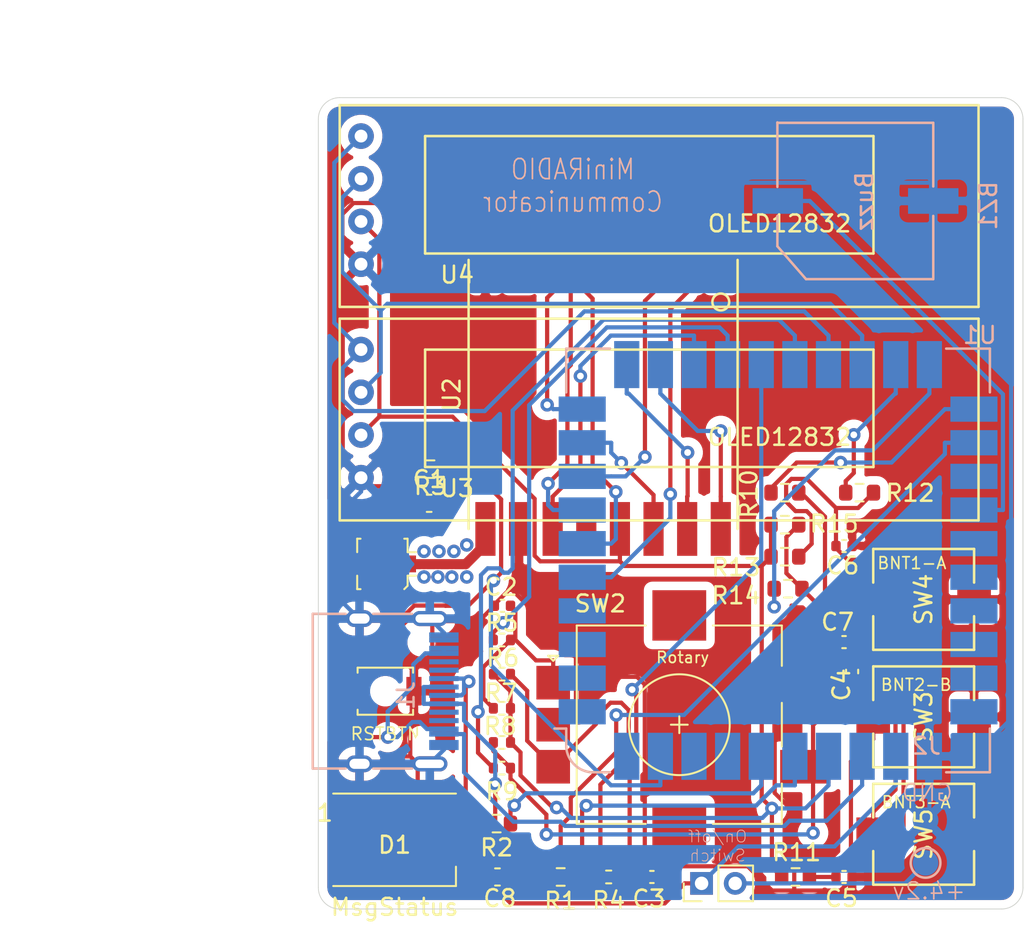
<source format=kicad_pcb>
(kicad_pcb (version 20171130) (host pcbnew "(5.1.9)-1")
  (layers (0 F.Cu signal) (31 B.Cu signal) (34 B.Paste user) (35 F.Paste user) (36 B.SilkS user) (37 F.SilkS user) (38 B.Mask user) (39 F.Mask user) (44 Edge.Cuts user))
  (net 0 "")
  (net 1 +5V)
  (net 2 GND)
  (net 3 "Net-(J1-PadA7)")
  (net 4 "Net-(J1-PadA6)")
  (net 5 /D-)
  (net 6 /D+)
  (net 7 "Net-(R3-Pad1)")
  (net 8 "Net-(AE1-Pad1)")
  (net 9 +3V3)
  (net 10 /SCL)
  (net 11 /SDA)
  (net 12 /DIO3)
  (net 13 /DIO2)
  (net 14 /DIO1)
  (net 15 /RFRST)
  (net 16 /DIO0)
  (net 17 /MOSI)
  (net 18 /SCK)
  (net 19 /NSS)
  (net 20 /MISO)
  (net 21 "Net-(C2-Pad1)")
  (net 22 "Net-(C3-Pad2)")
  (net 23 "Net-(C4-Pad1)")
  (net 24 /RIGHT)
  (net 25 /LEFT)
  (net 26 /PUSH_B)
  (net 27 /BUZZ)
  (net 28 "Net-(C5-Pad1)")
  (net 29 "Net-(C6-Pad1)")
  (net 30 "Net-(C7-Pad1)")
  (net 31 /BTN3)
  (net 32 /BTN1)
  (net 33 /BTN2)
  (net 34 /VBAT)
  (net 35 /RGB)
  (net 36 "Net-(J2-Pad1)")
  (module Capacitor_SMD:C_0603_1608Metric (layer F.Cu) (at 142.989 61.976)
    (fp_text reference C1 (at 0 -1.43) (layer F.SilkS))
    (fp_text value 100nF)
    (pad 1 smd roundrect (at -0.775 0) (size 0.9 0.95) (layers F.Cu F.Paste F.Mask) (net 1 +5V))
    (pad 2 smd roundrect (at 0.775 0) (size 0.9 0.95) (layers F.Cu F.Paste F.Mask) (net 2 GND))
  )
  (module 27sharp:GT-USB-7010 (layer B.Cu) (at 140.716 73.152 90)
    (fp_text reference J1 (at -0.254 0.889 270) (layer B.SilkS) (effects (justify mirror)))
    (fp_text value USB_C_Receptacle hide)
    (pad S1 thru_hole oval (at -4.32 -1.87 90) (size 1 1.6) (drill oval 0.6 1.2) (layers *.Cu *.Mask) (net 2 GND))
    (pad S1 thru_hole oval (at 4.32 -1.87 90) (size 1 1.6) (drill oval 0.6 1.2) (layers *.Cu *.Mask) (net 2 GND))
    (pad S1 thru_hole oval (at -4.32 2.31 90) (size 0.9 2.1) (drill oval 0.5 1.7) (layers *.Cu *.Mask) (net 2 GND))
    (pad S1 thru_hole oval (at 4.32 2.31 90) (size 0.9 2.1) (drill oval 0.5 1.7) (layers *.Cu *.Mask) (net 2 GND))
    (pad "" np_thru_hole circle (at -2.89 1.81 90) (size 0.65 0.65) (drill 0.65) (layers *.Cu *.Mask))
    (pad "" np_thru_hole circle (at 2.89 1.81 90) (size 0.65 0.65) (drill 0.65) (layers *.Cu *.Mask))
    (pad A7 smd rect (at 0.25 3.15 90) (size 0.3 1.75) (layers B.Cu B.Paste B.Mask) (net 3 "Net-(J1-PadA7)"))
    (pad B6 smd rect (at 0.75 3.15 90) (size 0.3 1.75) (layers B.Cu B.Paste B.Mask) (net 4 "Net-(J1-PadA6)"))
    (pad A8 smd rect (at 1.25 3.15 90) (size 0.3 1.75) (layers B.Cu B.Paste B.Mask))
    (pad B5 smd rect (at 1.75 3.15 90) (size 0.3 1.75) (layers B.Cu B.Paste B.Mask))
    (pad B7 smd rect (at -0.75 3.15 90) (size 0.3 1.75) (layers B.Cu B.Paste B.Mask) (net 3 "Net-(J1-PadA7)"))
    (pad B8 smd rect (at -1.75 3.15 90) (size 0.3 1.75) (layers B.Cu B.Paste B.Mask))
    (pad A5 smd rect (at -1.25 3.15 90) (size 0.3 1.75) (layers B.Cu B.Paste B.Mask))
    (pad A6 smd rect (at -0.25 3.15 90) (size 0.3 1.75) (layers B.Cu B.Paste B.Mask) (net 4 "Net-(J1-PadA6)"))
    (pad A1 smd rect (at -3.35 3.15 90) (size 0.3 1.75) (layers B.Cu B.Paste B.Mask) (net 2 GND))
    (pad B12 smd rect (at -3.05 3.15 90) (size 0.3 1.75) (layers B.Cu B.Paste B.Mask) (net 2 GND))
    (pad A4 smd rect (at -2.55 3.15 90) (size 0.3 1.75) (layers B.Cu B.Paste B.Mask) (net 1 +5V))
    (pad B9 smd rect (at -2.25 3.15 90) (size 0.3 1.75) (layers B.Cu B.Paste B.Mask) (net 1 +5V))
    (pad A9 smd rect (at 2.55 3.15 90) (size 0.3 1.75) (layers B.Cu B.Paste B.Mask) (net 1 +5V))
    (pad B4 smd rect (at 2.25 3.15 90) (size 0.3 1.75) (layers B.Cu B.Paste B.Mask) (net 1 +5V))
    (pad B1 smd rect (at 3.05 3.15 90) (size 0.3 1.75) (layers B.Cu B.Paste B.Mask) (net 2 GND))
    (pad A12 smd rect (at 3.35 3.15 90) (size 0.3 1.75) (layers B.Cu B.Paste B.Mask) (net 2 GND))
  )
  (module Resistor_SMD:R_0603_1608Metric (layer F.Cu) (at 150.813 84.201 180)
    (fp_text reference R1 (at 0 -1.43) (layer F.SilkS))
    (fp_text value 22R)
    (pad 1 smd roundrect (at -0.825 0 180) (size 0.8 0.95) (layers F.Cu F.Paste F.Mask) (net 5 /D-))
    (pad 2 smd roundrect (at 0.825 0 180) (size 0.8 0.95) (layers F.Cu F.Paste F.Mask) (net 3 "Net-(J1-PadA7)"))
  )
  (module Resistor_SMD:R_0603_1608Metric (layer F.Cu) (at 147.003 81.026 180)
    (fp_text reference R2 (at 0 -1.43) (layer F.SilkS))
    (fp_text value 22R)
    (pad 2 smd roundrect (at 0.825 0 180) (size 0.8 0.95) (layers F.Cu F.Paste F.Mask) (net 4 "Net-(J1-PadA6)"))
    (pad 1 smd roundrect (at -0.825 0 180) (size 0.8 0.95) (layers F.Cu F.Paste F.Mask) (net 6 /D+))
  )
  (module Resistor_SMD:R_0603_1608Metric (layer F.Cu) (at 143.065 59.944)
    (fp_text reference R3 (at 0 1.016) (layer F.SilkS))
    (fp_text value 10k)
    (pad 1 smd roundrect (at -0.825 0) (size 0.8 0.95) (layers F.Cu F.Paste F.Mask) (net 7 "Net-(R3-Pad1)"))
    (pad 2 smd roundrect (at 0.825 0) (size 0.8 0.95) (layers F.Cu F.Paste F.Mask) (net 1 +5V))
  )
  (module Button_Switch_SMD:SW_SPST_B3U-1000P-B (layer F.Cu) (at 140.384 73.152 180)
    (fp_text reference SW1 hide)
    (fp_text value RSTBTN (at 0 -2.54) (layer F.SilkS) (effects (font (size 0.75 0.75) (thickness 0.1))))
    (pad 1 smd rect (at -1.7 0 180) (size 0.9 1.7) (layers F.Cu F.Paste F.Mask) (net 2 GND))
    (pad 2 smd rect (at 1.7 0 180) (size 0.9 1.7) (layers F.Cu F.Paste F.Mask) (net 7 "Net-(R3-Pad1)"))
    (pad "" np_thru_hole circle (at 0 0 180) (size 0.8 0.8) (drill 0.8) (layers *.Cu *.Mask))
  )
  (module RP2040Stamp:RP2040_Stamp_SMD (layer B.Cu) (at 163.743 65.374)
    (fp_text reference U1 (at 12 -13.4 unlocked) (layer B.SilkS) (effects (justify mirror)))
    (fp_text value RP2040_Stamp)
    (pad 40 smd rect (at -9 11.65 90) (size 2.8 1.5) (layers B.Cu B.Paste B.Mask))
    (pad 39 smd rect (at -7 11.65 90) (size 2.8 1.5) (layers B.Cu B.Paste B.Mask) (net 7 "Net-(R3-Pad1)"))
    (pad 38 smd rect (at -5 11.65 90) (size 2.8 1.5) (layers B.Cu B.Paste B.Mask))
    (pad 37 smd rect (at -3 11.65 90) (size 2.8 1.5) (layers B.Cu B.Paste B.Mask))
    (pad 36 smd rect (at -1 11.65 90) (size 2.8 1.5) (layers B.Cu B.Paste B.Mask) (net 6 /D+))
    (pad 35 smd rect (at 1 11.65 90) (size 2.8 1.5) (layers B.Cu B.Paste B.Mask) (net 5 /D-))
    (pad 34 smd rect (at 3 11.65 90) (size 2.8 1.5) (layers B.Cu B.Paste B.Mask) (net 9 +3V3))
    (pad 33 smd rect (at 5 11.65 90) (size 2.8 1.5) (layers B.Cu B.Paste B.Mask) (net 1 +5V))
    (pad 32 smd rect (at 7 11.65 90) (size 2.8 1.5) (layers B.Cu B.Paste B.Mask) (net 34 /VBAT))
    (pad 31 smd rect (at 9 11.65 90) (size 2.8 1.5) (layers B.Cu B.Paste B.Mask) (net 2 GND))
    (pad 30 smd rect (at 11.65 9) (size 2.8 1.5) (layers B.Cu B.Paste B.Mask))
    (pad 29 smd rect (at 11.65 7) (size 2.8 1.5) (layers B.Cu B.Paste B.Mask))
    (pad 28 smd rect (at 11.65 5) (size 2.8 1.5) (layers B.Cu B.Paste B.Mask))
    (pad 27 smd rect (at 11.65 3) (size 2.8 1.5) (layers B.Cu B.Paste B.Mask))
    (pad 26 smd rect (at 11.65 1) (size 2.8 1.5) (layers B.Cu B.Paste B.Mask))
    (pad 25 smd rect (at 11.65 -1) (size 2.8 1.5) (layers B.Cu B.Paste B.Mask))
    (pad 24 smd rect (at 11.65 -3) (size 2.8 1.5) (layers B.Cu B.Paste B.Mask) (net 27 /BUZZ))
    (pad 23 smd rect (at 11.65 -5) (size 2.8 1.5) (layers B.Cu B.Paste B.Mask))
    (pad 22 smd rect (at 11.65 -7) (size 2.8 1.5) (layers B.Cu B.Paste B.Mask) (net 35 /RGB))
    (pad 21 smd rect (at 11.65 -9) (size 2.8 1.5) (layers B.Cu B.Paste B.Mask) (net 31 /BTN3))
    (pad 20 smd rect (at 9 -11.65 90) (size 2.8 1.5) (layers B.Cu B.Paste B.Mask) (net 33 /BTN2))
    (pad 19 smd rect (at 7 -11.65 90) (size 2.8 1.5) (layers B.Cu B.Paste B.Mask) (net 32 /BTN1))
    (pad 18 smd rect (at 5 -11.65 90) (size 2.8 1.5) (layers B.Cu B.Paste B.Mask) (net 10 /SCL))
    (pad 17 smd rect (at 3 -11.65 90) (size 2.8 1.5) (layers B.Cu B.Paste B.Mask) (net 11 /SDA))
    (pad 16 smd rect (at 1 -11.65 90) (size 2.8 1.5) (layers B.Cu B.Paste B.Mask) (net 26 /PUSH_B))
    (pad 15 smd rect (at -1 -11.65 90) (size 2.8 1.5) (layers B.Cu B.Paste B.Mask) (net 24 /RIGHT))
    (pad 14 smd rect (at -3 -11.65 90) (size 2.8 1.5) (layers B.Cu B.Paste B.Mask) (net 25 /LEFT))
    (pad 13 smd rect (at -5 -11.65 90) (size 2.8 1.5) (layers B.Cu B.Paste B.Mask) (net 12 /DIO3))
    (pad 12 smd rect (at -7 -11.65 90) (size 2.8 1.5) (layers B.Cu B.Paste B.Mask) (net 13 /DIO2))
    (pad 11 smd rect (at -9 -11.65 90) (size 2.8 1.5) (layers B.Cu B.Paste B.Mask) (net 14 /DIO1))
    (pad 10 smd rect (at -11.65 -9) (size 2.8 1.5) (layers B.Cu B.Paste B.Mask) (net 15 /RFRST))
    (pad 9 smd rect (at -11.65 -7) (size 2.8 1.5) (layers B.Cu B.Paste B.Mask) (net 16 /DIO0))
    (pad 8 smd rect (at -11.65 -5) (size 2.8 1.5) (layers B.Cu B.Paste B.Mask) (net 17 /MOSI))
    (pad 7 smd rect (at -11.65 -3) (size 2.8 1.5) (layers B.Cu B.Paste B.Mask) (net 18 /SCK))
    (pad 6 smd rect (at -11.65 -1) (size 2.8 1.5) (layers B.Cu B.Paste B.Mask) (net 19 /NSS))
    (pad 5 smd rect (at -11.65 1) (size 2.8 1.5) (layers B.Cu B.Paste B.Mask) (net 20 /MISO))
    (pad 4 smd rect (at -11.65 3) (size 2.8 1.5) (layers B.Cu B.Paste B.Mask))
    (pad 3 smd rect (at -11.65 5) (size 2.8 1.5) (layers B.Cu B.Paste B.Mask))
    (pad 2 smd rect (at -11.65 7) (size 2.8 1.5) (layers B.Cu B.Paste B.Mask))
    (pad 1 smd rect (at -11.65 9) (size 2.8 1.5) (layers B.Cu B.Paste B.Mask))
  )
  (module Connector_Coaxial:U.FL_Molex_MCRF_73412-0110_Vertical (layer F.Cu) (at 140.208 65.581 90)
    (fp_text reference AE1 hide)
    (fp_text value Antenna)
    (pad 2 smd rect (at -1.475 0 90) (size 1.05 2.2) (layers F.Cu F.Paste F.Mask))
    (pad 2 smd rect (at 1.475 0 90) (size 1.05 2.2) (layers F.Cu F.Paste F.Mask))
    (pad 2 smd rect (at 0 -1.5 90) (size 1 1) (layers F.Cu F.Paste F.Mask))
    (pad 1 smd rect (at 0 1.5 90) (size 1 1) (layers F.Cu F.Paste F.Mask) (net 8 "Net-(AE1-Pad1)"))
  )
  (module 18650:RFM95W_long (layer F.Cu) (at 153.336 55.5 270)
    (fp_text reference U2 (at 0 9 90) (layer F.SilkS))
    (fp_text value RFM95W-868S2)
    (pad 1 smd rect (at -8 -7 270) (size 3.2 1.2) (layers F.Cu F.Paste F.Mask) (net 2 GND))
    (pad 2 smd rect (at -8 -5 270) (size 3.2 1.2) (layers F.Cu F.Paste F.Mask) (net 20 /MISO))
    (pad 3 smd rect (at -8 -3 270) (size 3.2 1.2) (layers F.Cu F.Paste F.Mask) (net 17 /MOSI))
    (pad 4 smd rect (at -8 -1 270) (size 3.2 1.2) (layers F.Cu F.Paste F.Mask) (net 18 /SCK))
    (pad 5 smd rect (at -8 1 270) (size 3.2 1.2) (layers F.Cu F.Paste F.Mask) (net 19 /NSS))
    (pad 6 smd rect (at -8 3 270) (size 3.2 1.2) (layers F.Cu F.Paste F.Mask) (net 15 /RFRST))
    (pad 7 smd rect (at -8 5 270) (size 3.2 1.2) (layers F.Cu F.Paste F.Mask))
    (pad 8 smd rect (at -8 7 270) (size 3.2 1.2) (layers F.Cu F.Paste F.Mask) (net 2 GND))
    (pad 9 smd rect (at 8 7 270) (size 3.2 1.2) (layers F.Cu F.Paste F.Mask) (net 8 "Net-(AE1-Pad1)"))
    (pad 10 smd rect (at 8 5 270) (size 3.2 1.2) (layers F.Cu F.Paste F.Mask) (net 2 GND))
    (pad 11 smd rect (at 8 3 270) (size 3.2 1.2) (layers F.Cu F.Paste F.Mask) (net 12 /DIO3))
    (pad 12 smd rect (at 8 1 270) (size 3.2 1.2) (layers F.Cu F.Paste F.Mask))
    (pad 13 smd rect (at 8 -1 270) (size 3.2 1.2) (layers F.Cu F.Paste F.Mask) (net 9 +3V3))
    (pad 14 smd rect (at 8 -3 270) (size 3.2 1.2) (layers F.Cu F.Paste F.Mask) (net 16 /DIO0))
    (pad 15 smd rect (at 8 -5 270) (size 3.2 1.2) (layers F.Cu F.Paste F.Mask) (net 14 /DIO1))
    (pad 16 smd rect (at 8 -7 270) (size 3.2 1.2) (layers F.Cu F.Paste F.Mask) (net 13 /DIO2))
  )
  (module 18650:OLED-0.91-128x32 (layer F.Cu) (at 137.668 62.992)
    (fp_text reference U3 (at 6.985 -1.905) (layer F.SilkS))
    (fp_text value OLED12832 (at 26.162 -4.953) (layer F.SilkS))
    (pad 4 thru_hole circle (at 1.27 -2.54) (size 1.524 1.524) (drill 0.762) (layers *.Cu *.Mask) (net 2 GND))
    (pad 3 thru_hole circle (at 1.27 -5.08) (size 1.524 1.524) (drill 0.762) (layers *.Cu *.Mask) (net 9 +3V3))
    (pad 2 thru_hole circle (at 1.27 -7.62) (size 1.524 1.524) (drill 0.762) (layers *.Cu *.Mask) (net 10 /SCL))
    (pad 1 thru_hole circle (at 1.27 -10.16) (size 1.524 1.524) (drill 0.762) (layers *.Cu *.Mask) (net 11 /SDA))
  )
  (module 18650:OLED-0.91-128x32 (layer F.Cu) (at 137.668 50.292)
    (fp_text reference U4 (at 6.985 -1.905) (layer F.SilkS))
    (fp_text value OLED12832 (at 26.162 -4.953) (layer F.SilkS))
    (pad 1 thru_hole circle (at 1.27 -10.16) (size 1.524 1.524) (drill 0.762) (layers *.Cu *.Mask) (net 11 /SDA))
    (pad 2 thru_hole circle (at 1.27 -7.62) (size 1.524 1.524) (drill 0.762) (layers *.Cu *.Mask) (net 10 /SCL))
    (pad 3 thru_hole circle (at 1.27 -5.08) (size 1.524 1.524) (drill 0.762) (layers *.Cu *.Mask) (net 9 +3V3))
    (pad 4 thru_hole circle (at 1.27 -2.54) (size 1.524 1.524) (drill 0.762) (layers *.Cu *.Mask) (net 2 GND))
  )
  (module Capacitor_SMD:C_0402_1005Metric (layer F.Cu) (at 147.348 68.072 180)
    (fp_text reference C2 (at 0.0788 1.1176) (layer F.SilkS))
    (fp_text value 100nF)
    (pad 2 smd roundrect (at 0.48 0 180) (size 0.56 0.62) (layers F.Cu F.Paste F.Mask) (net 2 GND))
    (pad 1 smd roundrect (at -0.48 0 180) (size 0.56 0.62) (layers F.Cu F.Paste F.Mask) (net 21 "Net-(C2-Pad1)"))
  )
  (module Capacitor_SMD:C_0402_1005Metric (layer F.Cu) (at 156.238 84.201)
    (fp_text reference C3 (at -0.1804 1.2954) (layer F.SilkS))
    (fp_text value 100nF)
    (pad 1 smd roundrect (at -0.48 0) (size 0.56 0.62) (layers F.Cu F.Paste F.Mask) (net 2 GND))
    (pad 2 smd roundrect (at 0.48 0) (size 0.56 0.62) (layers F.Cu F.Paste F.Mask) (net 22 "Net-(C3-Pad2)"))
  )
  (module Capacitor_SMD:C_0402_1005Metric (layer F.Cu) (at 168.148 71.981 90)
    (fp_text reference C4 (at -0.79 -0.635 90) (layer F.SilkS))
    (fp_text value 100nF)
    (pad 1 smd roundrect (at -0.48 0 90) (size 0.56 0.62) (layers F.Cu F.Paste F.Mask) (net 23 "Net-(C4-Pad1)"))
    (pad 2 smd roundrect (at 0.48 0 90) (size 0.56 0.62) (layers F.Cu F.Paste F.Mask) (net 2 GND))
  )
  (module Resistor_SMD:R_0402_1005Metric (layer F.Cu) (at 153.668 84.201)
    (fp_text reference R4 (at 0 1.397) (layer F.SilkS))
    (fp_text value 100)
    (pad 2 smd roundrect (at 0.51 0) (size 0.54 0.64) (layers F.Cu F.Paste F.Mask) (net 22 "Net-(C3-Pad2)"))
    (pad 1 smd roundrect (at -0.51 0) (size 0.54 0.64) (layers F.Cu F.Paste F.Mask) (net 24 /RIGHT))
  )
  (module Resistor_SMD:R_0402_1005Metric (layer F.Cu) (at 147.318 70.104)
    (fp_text reference R5 (at 0.002 -1.016) (layer F.SilkS))
    (fp_text value 100)
    (pad 2 smd roundrect (at 0.51 0) (size 0.54 0.64) (layers F.Cu F.Paste F.Mask) (net 21 "Net-(C2-Pad1)"))
    (pad 1 smd roundrect (at -0.51 0) (size 0.54 0.64) (layers F.Cu F.Paste F.Mask) (net 25 /LEFT))
  )
  (module Resistor_SMD:R_0402_1005Metric (layer F.Cu) (at 147.318 72.136)
    (fp_text reference R6 (at 0.0528 -0.9652) (layer F.SilkS))
    (fp_text value 10k)
    (pad 2 smd roundrect (at 0.51 0) (size 0.54 0.64) (layers F.Cu F.Paste F.Mask) (net 22 "Net-(C3-Pad2)"))
    (pad 1 smd roundrect (at -0.51 0) (size 0.54 0.64) (layers F.Cu F.Paste F.Mask) (net 9 +3V3))
  )
  (module Resistor_SMD:R_0402_1005Metric (layer F.Cu) (at 147.318 74.168)
    (fp_text reference R7 (at -0.0488 -0.9144) (layer F.SilkS))
    (fp_text value 10k)
    (pad 1 smd roundrect (at -0.51 0) (size 0.54 0.64) (layers F.Cu F.Paste F.Mask) (net 21 "Net-(C2-Pad1)"))
    (pad 2 smd roundrect (at 0.51 0) (size 0.54 0.64) (layers F.Cu F.Paste F.Mask) (net 9 +3V3))
  )
  (module Resistor_SMD:R_0402_1005Metric (layer F.Cu) (at 147.32 76.2)
    (fp_text reference R8 (at -0.1016 -0.9652) (layer F.SilkS))
    (fp_text value 10k)
    (pad 1 smd roundrect (at -0.51 0) (size 0.54 0.64) (layers F.Cu F.Paste F.Mask) (net 23 "Net-(C4-Pad1)"))
    (pad 2 smd roundrect (at 0.51 0) (size 0.54 0.64) (layers F.Cu F.Paste F.Mask) (net 9 +3V3))
  )
  (module Resistor_SMD:R_0402_1005Metric (layer F.Cu) (at 147.318 77.724)
    (fp_text reference R9 (at 0 1.397) (layer F.SilkS))
    (fp_text value 100)
    (pad 1 smd roundrect (at -0.51 0) (size 0.54 0.64) (layers F.Cu F.Paste F.Mask) (net 26 /PUSH_B))
    (pad 2 smd roundrect (at 0.51 0) (size 0.54 0.64) (layers F.Cu F.Paste F.Mask) (net 23 "Net-(C4-Pad1)"))
  )
  (module 18650:RotaryEncoder_Alps_EC11E-Switch_Vertical_H20mm (layer F.Cu) (at 150.368 72.644)
    (fp_text reference SW2 (at 2.8 -4.7) (layer F.SilkS))
    (fp_text value Rotary (at 7.7 -1.5) (layer F.SilkS) (effects (font (size 0.66 0.66) (thickness 0.1))))
    (pad S1 smd rect (at 15 5) (size 3 2) (layers F.Cu F.Paste F.Mask) (net 23 "Net-(C4-Pad1)"))
    (pad S2 smd rect (at 15 0) (size 3 2) (layers F.Cu F.Paste F.Mask) (net 2 GND))
    (pad MP smd rect (at 7.5 8.7) (size 3.2 3) (layers F.Cu F.Paste F.Mask))
    (pad MP smd rect (at 7.5 -4) (size 3.2 3) (layers F.Cu F.Paste F.Mask))
    (pad B smd rect (at 0 5) (size 2 2) (layers F.Cu F.Paste F.Mask) (net 22 "Net-(C3-Pad2)"))
    (pad C smd rect (at 0 2.5) (size 2 2) (layers F.Cu F.Paste F.Mask) (net 2 GND))
    (pad A smd rect (at 0 0) (size 2 2) (layers F.Cu F.Paste F.Mask) (net 21 "Net-(C2-Pad1)"))
  )
  (module 18650:Buzzer93 (layer B.Cu) (at 163.703 48.641 90)
    (fp_text reference BZ1 (at 4.3688 12.5476 270) (layer B.SilkS) (effects (justify mirror)))
    (fp_text value Buzzer)
    (fp_text user Buzz (at 4.6228 5.1816 270) (layer B.SilkS) (effects (justify mirror)))
    (pad 2 smd rect (at 4.6482 9.271 90) (size 1.524 3) (layers B.Cu B.Paste B.Mask) (net 2 GND))
    (pad 1 smd rect (at 4.6482 0.0254 90) (size 1.524 3) (layers B.Cu B.Paste B.Mask) (net 27 /BUZZ))
  )
  (module Capacitor_SMD:C_0402_1005Metric (layer F.Cu) (at 167.668 84.201)
    (fp_text reference C5 (at -0.155 1.27) (layer F.SilkS))
    (fp_text value 100nF)
    (pad 1 smd roundrect (at -0.48 0) (size 0.56 0.62) (layers F.Cu F.Paste F.Mask) (net 28 "Net-(C5-Pad1)"))
    (pad 2 smd roundrect (at 0.48 0) (size 0.56 0.62) (layers F.Cu F.Paste F.Mask) (net 2 GND))
  )
  (module Capacitor_SMD:C_0402_1005Metric (layer F.Cu) (at 167.668 64.516)
    (fp_text reference C6 (at -0.0788 1.1684) (layer F.SilkS))
    (fp_text value 100nF)
    (pad 2 smd roundrect (at 0.48 0) (size 0.56 0.62) (layers F.Cu F.Paste F.Mask) (net 2 GND))
    (pad 1 smd roundrect (at -0.48 0) (size 0.56 0.62) (layers F.Cu F.Paste F.Mask) (net 29 "Net-(C6-Pad1)"))
  )
  (module Capacitor_SMD:C_0402_1005Metric (layer F.Cu) (at 167.668 70.231)
    (fp_text reference C7 (at -0.3836 -1.1938) (layer F.SilkS))
    (fp_text value 100nF)
    (pad 1 smd roundrect (at -0.48 0) (size 0.56 0.62) (layers F.Cu F.Paste F.Mask) (net 30 "Net-(C7-Pad1)"))
    (pad 2 smd roundrect (at 0.48 0) (size 0.56 0.62) (layers F.Cu F.Paste F.Mask) (net 2 GND))
  )
  (module Resistor_SMD:R_0603_1608Metric (layer F.Cu) (at 164.148 61.341)
    (fp_text reference R10 (at -2.1468 0.0762 90) (layer F.SilkS))
    (fp_text value 100)
    (pad 2 smd roundrect (at 0.825 0) (size 0.8 0.95) (layers F.Cu F.Paste F.Mask) (net 28 "Net-(C5-Pad1)"))
    (pad 1 smd roundrect (at -0.825 0) (size 0.8 0.95) (layers F.Cu F.Paste F.Mask) (net 31 /BTN3))
  )
  (module Resistor_SMD:R_0603_1608Metric (layer F.Cu) (at 164.783 84.201)
    (fp_text reference R11 (at 0.063 -1.4605) (layer F.SilkS))
    (fp_text value 10k)
    (pad 1 smd roundrect (at -0.825 0) (size 0.8 0.95) (layers F.Cu F.Paste F.Mask) (net 9 +3V3))
    (pad 2 smd roundrect (at 0.825 0) (size 0.8 0.95) (layers F.Cu F.Paste F.Mask) (net 28 "Net-(C5-Pad1)"))
  )
  (module Resistor_SMD:R_0603_1608Metric (layer F.Cu) (at 168.593 61.341)
    (fp_text reference R12 (at 3.0094 0.0254) (layer F.SilkS))
    (fp_text value 100)
    (pad 2 smd roundrect (at 0.825 0) (size 0.8 0.95) (layers F.Cu F.Paste F.Mask) (net 29 "Net-(C6-Pad1)"))
    (pad 1 smd roundrect (at -0.825 0) (size 0.8 0.95) (layers F.Cu F.Paste F.Mask) (net 32 /BTN1))
  )
  (module Resistor_SMD:R_0603_1608Metric (layer F.Cu) (at 164.148 65.151)
    (fp_text reference R13 (at -2.9088 0.635) (layer F.SilkS))
    (fp_text value 10k)
    (pad 1 smd roundrect (at -0.825 0) (size 0.8 0.95) (layers F.Cu F.Paste F.Mask) (net 9 +3V3))
    (pad 2 smd roundrect (at 0.825 0) (size 0.8 0.95) (layers F.Cu F.Paste F.Mask) (net 29 "Net-(C6-Pad1)"))
  )
  (module Resistor_SMD:R_0603_1608Metric (layer F.Cu) (at 164.338 67.056)
    (fp_text reference R14 (at -3.0988 0.4064) (layer F.SilkS))
    (fp_text value 100)
    (pad 1 smd roundrect (at -0.825 0) (size 0.8 0.95) (layers F.Cu F.Paste F.Mask) (net 33 /BTN2))
    (pad 2 smd roundrect (at 0.825 0) (size 0.8 0.95) (layers F.Cu F.Paste F.Mask) (net 30 "Net-(C7-Pad1)"))
  )
  (module Resistor_SMD:R_0603_1608Metric (layer F.Cu) (at 164.148 63.246)
    (fp_text reference R15 (at 2.9332 -0.0508) (layer F.SilkS))
    (fp_text value 10k)
    (pad 2 smd roundrect (at 0.825 0) (size 0.8 0.95) (layers F.Cu F.Paste F.Mask) (net 30 "Net-(C7-Pad1)"))
    (pad 1 smd roundrect (at -0.825 0) (size 0.8 0.95) (layers F.Cu F.Paste F.Mask) (net 9 +3V3))
  )
  (module 18650:SW_TP1003 (layer F.Cu) (at 176.403 74.676 90)
    (fp_text reference SW3 (at 0 -4 90) (layer F.SilkS))
    (fp_text value BNT3-A (at -5.08 -4.445) (layer F.SilkS) (effects (font (size 0.7 0.7) (thickness 0.1))))
    (pad 2 smd rect (at 0 -1 90) (size 2 2) (layers F.Cu F.Paste F.Mask) (net 2 GND))
    (pad 1 smd rect (at 0 -7 90) (size 2 2) (layers F.Cu F.Paste F.Mask) (net 28 "Net-(C5-Pad1)"))
  )
  (module 18650:SW_TP1003 (layer F.Cu) (at 176.403 67.691 90)
    (fp_text reference SW4 (at 0 -4 90) (layer F.SilkS))
    (fp_text value BNT1-A (at 2.159 -4.699) (layer F.SilkS) (effects (font (size 0.7 0.7) (thickness 0.1))))
    (pad 1 smd rect (at 0 -7 90) (size 2 2) (layers F.Cu F.Paste F.Mask) (net 29 "Net-(C6-Pad1)"))
    (pad 2 smd rect (at 0 -1 90) (size 2 2) (layers F.Cu F.Paste F.Mask) (net 2 GND))
  )
  (module 18650:SW_TP1003 (layer F.Cu) (at 176.403 81.661 90)
    (fp_text reference SW5 (at 0 -4 90) (layer F.SilkS))
    (fp_text value BNT2-B (at 8.89 -4.445) (layer F.SilkS) (effects (font (size 0.7 0.7) (thickness 0.1))))
    (pad 2 smd rect (at 0 -1 90) (size 2 2) (layers F.Cu F.Paste F.Mask) (net 2 GND))
    (pad 1 smd rect (at 0 -7 90) (size 2 2) (layers F.Cu F.Paste F.Mask) (net 30 "Net-(C7-Pad1)"))
  )
  (module Capacitor_SMD:C_0603_1608Metric (layer F.Cu) (at 147.053 84.201)
    (fp_text reference C8 (at 0.14 1.27) (layer F.SilkS))
    (fp_text value 100nF)
    (pad 1 smd roundrect (at -0.775 0) (size 0.9 0.95) (layers F.Cu F.Paste F.Mask) (net 34 /VBAT))
    (pad 2 smd roundrect (at 0.775 0) (size 0.9 0.95) (layers F.Cu F.Paste F.Mask) (net 2 GND))
  )
  (module LED_SMD:LED_WS2812B_PLCC4_5.0x5.0mm_P3.2mm (layer F.Cu) (at 140.933 81.991)
    (fp_text reference D1 (at 0 0.305) (layer F.SilkS))
    (fp_text value MsgStatus (at 0 4) (layer F.SilkS))
    (fp_text user 1 (at -4.15 -1.6) (layer F.SilkS))
    (pad 3 smd rect (at 2.45 1.6) (size 1.5 1) (layers F.Cu F.Paste F.Mask) (net 2 GND))
    (pad 4 smd rect (at 2.45 -1.6) (size 1.5 1) (layers F.Cu F.Paste F.Mask) (net 35 /RGB))
    (pad 2 smd rect (at -2.45 1.6) (size 1.5 1) (layers F.Cu F.Paste F.Mask))
    (pad 1 smd rect (at -2.45 -1.6) (size 1.5 1) (layers F.Cu F.Paste F.Mask) (net 34 /VBAT))
  )
  (module 18650:2pads (layer B.Cu) (at 172.517 71.9328)
    (fp_text reference J2 (at 0.0508 4.4704 unlocked) (layer B.SilkS) (effects (justify mirror)))
    (fp_text value BatCnx)
    (pad 1 smd circle (at 0 11.43) (size 1.524 1.524) (layers B.Cu B.Paste B.Mask) (net 36 "Net-(J2-Pad1)"))
    (pad 2 smd circle (at 0 8.89) (size 1.524 1.524) (layers B.Cu B.Paste B.Mask) (net 2 GND))
  )
  (module Connector_PinHeader_2.00mm:PinHeader_1x02_P2.00mm_Vertical (layer F.Cu) (at 159.194 84.582 90)
    (fp_text reference SW6 hide)
    (fp_text value batsw)
    (pad 1 thru_hole rect (at 0 0 90) (size 1.35 1.35) (drill 0.8) (layers *.Cu *.Mask) (net 34 /VBAT))
    (pad 2 thru_hole oval (at 0 2 90) (size 1.35 1.35) (drill 0.8) (layers *.Cu *.Mask) (net 36 "Net-(J2-Pad1)"))
  )
  (gr_text "On/off\nSwitch" (at 160.147 82.3595) (layer B.SilkS) (effects (font (size 0.7 0.7) (thickness 0.05)) (justify mirror)))
  (gr_arc (start 177.038 39.116) (end 178.308 39.116) (angle -90) (layer Edge.Cuts) (width 0.05))
  (gr_arc (start 177.038 84.836) (end 177.038 86.106) (angle -90) (layer Edge.Cuts) (width 0.05))
  (gr_arc (start 137.668 84.836) (end 136.398 84.836) (angle -90) (layer Edge.Cuts) (width 0.05))
  (gr_arc (start 137.668 39.116) (end 137.668 37.846) (angle -90) (layer Edge.Cuts) (width 0.05))
  (gr_line (start 177.038 37.846) (end 137.668 37.846) (layer Edge.Cuts) (width 0.05))
  (gr_line (start 178.308 84.836) (end 178.308 39.116) (layer Edge.Cuts) (width 0.05))
  (gr_line (start 137.668 86.106) (end 177.038 86.106) (layer Edge.Cuts) (width 0.05))
  (gr_line (start 136.398 39.116) (end 136.398 84.836) (layer Edge.Cuts) (width 0.05))
  (gr_text GND (at 172.6184 79.1972) (layer B.SilkS) (effects (font (size 1 1) (thickness 0.1)) (justify mirror)))
  (gr_text +4.2v (at 172.72 85.0392) (layer B.SilkS) (effects (font (size 1 1) (thickness 0.1)) (justify mirror)))
  (gr_text "MiniRADIO\nCommunicator" (at 151.5364 43.0784) (layer B.SilkS) (effects (font (size 1.2 1) (thickness 0.1)) (justify mirror)))
  (via (at 142.6845 66.3575) (size 0.8) (drill 0.4) (layers F.Cu B.Cu) (net 0))
  (via (at 143.51 66.3575) (size 0.8) (drill 0.4) (layers F.Cu B.Cu) (net 0))
  (via (at 144.3355 66.3575) (size 0.8) (drill 0.4) (layers F.Cu B.Cu) (net 0))
  (via (at 145.2245 66.3575) (size 0.8) (drill 0.4) (layers F.Cu B.Cu) (net 0))
  (via (at 142.6845 64.8335) (size 0.8) (drill 0.4) (layers F.Cu B.Cu) (net 0))
  (via (at 143.5735 64.8335) (size 0.8) (drill 0.4) (layers F.Cu B.Cu) (net 0))
  (via (at 144.4625 64.8335) (size 0.8) (drill 0.4) (layers F.Cu B.Cu) (net 0))
  (via (at 145.2245 64.4525) (size 0.8) (drill 0.4) (layers F.Cu B.Cu) (net 0))
  (segment (start 143.866 75.402) (end 142.8531 75.402) (width 0.25) (layer B.Cu) (net 1))
  (segment (start 143.866 75.402) (end 143.866 75.702) (width 0.25) (layer B.Cu) (net 1))
  (segment (start 168.743 78.7493) (end 166.6373 80.855) (width 0.25) (layer B.Cu) (net 1))
  (segment (start 166.6373 80.855) (end 164.4335 80.855) (width 0.25) (layer B.Cu) (net 1))
  (segment (start 164.4335 80.855) (end 164.125 81.1635) (width 0.25) (layer B.Cu) (net 1))
  (segment (start 164.125 81.1635) (end 151.0703 81.1635) (width 0.25) (layer B.Cu) (net 1))
  (segment (start 151.0703 81.1635) (end 150.823 80.9162) (width 0.25) (layer B.Cu) (net 1))
  (segment (start 150.823 80.9162) (end 148.0049 80.9162) (width 0.25) (layer B.Cu) (net 1))
  (segment (start 148.0049 80.9162) (end 145.0663 77.9776) (width 0.25) (layer B.Cu) (net 1))
  (segment (start 145.0663 77.9776) (end 145.0663 75.702) (width 0.25) (layer B.Cu) (net 1))
  (segment (start 144.0179 62.7844) (end 143.0224 62.7844) (width 0.25) (layer F.Cu) (net 1))
  (segment (start 143.0224 62.7844) (end 142.214 61.976) (width 0.25) (layer F.Cu) (net 1))
  (segment (start 143.89 59.944) (end 144.5503 60.6043) (width 0.25) (layer F.Cu) (net 1))
  (segment (start 144.5503 60.6043) (end 144.5503 62.4449) (width 0.25) (layer F.Cu) (net 1))
  (segment (start 144.5503 62.4449) (end 144.2108 62.7844) (width 0.25) (layer F.Cu) (net 1))
  (segment (start 144.2108 62.7844) (end 144.0179 62.7844) (width 0.25) (layer F.Cu) (net 1))
  (segment (start 143.866 70.902) (end 143.866 70.602) (width 0.25) (layer B.Cu) (net 1))
  (segment (start 143.866 75.702) (end 145.0663 75.702) (width 0.25) (layer B.Cu) (net 1))
  (segment (start 168.743 77.024) (end 168.743 78.7493) (width 0.25) (layer B.Cu) (net 1))
  (segment (start 142.214 61.976) (end 137.8585 61.976) (width 0.25) (layer F.Cu) (net 1))
  (segment (start 137.8585 61.976) (end 137.287 62.5475) (width 0.25) (layer F.Cu) (net 1))
  (segment (start 137.287 68.73974) (end 137.16 68.86674) (width 0.25) (layer F.Cu) (net 1))
  (segment (start 137.287 62.5475) (end 137.287 68.73974) (width 0.25) (layer F.Cu) (net 1))
  (segment (start 137.16 68.86674) (end 137.16 75.184) (width 0.25) (layer F.Cu) (net 1))
  (via (at 140.5255 75.8825) (size 0.8) (drill 0.4) (layers F.Cu B.Cu) (net 1))
  (segment (start 137.8585 75.8825) (end 140.5255 75.8825) (width 0.25) (layer F.Cu) (net 1))
  (segment (start 137.16 75.184) (end 137.8585 75.8825) (width 0.25) (layer F.Cu) (net 1))
  (segment (start 140.5255 75.8825) (end 141.097 75.8825) (width 0.25) (layer B.Cu) (net 1))
  (segment (start 141.99305 74.98645) (end 142.43755 74.98645) (width 0.25) (layer B.Cu) (net 1))
  (segment (start 141.097 75.8825) (end 141.99305 74.98645) (width 0.25) (layer B.Cu) (net 1))
  (segment (start 142.8531 75.402) (end 142.43755 74.98645) (width 0.25) (layer B.Cu) (net 1))
  (segment (start 140.5255 75.8825) (end 140.5255 74.3585) (width 0.25) (layer B.Cu) (net 1))
  (segment (start 140.5255 74.3585) (end 142.0495 72.8345) (width 0.25) (layer B.Cu) (net 1))
  (segment (start 142.0495 71.5645) (end 142.367 71.247) (width 0.25) (layer B.Cu) (net 1))
  (segment (start 142.0495 72.8345) (end 142.0495 71.5645) (width 0.25) (layer B.Cu) (net 1))
  (segment (start 142.367 71.247) (end 142.4305 71.247) (width 0.25) (layer B.Cu) (net 1))
  (segment (start 142.755998 70.902) (end 143.866 70.902) (width 0.25) (layer B.Cu) (net 1))
  (segment (start 142.4305 71.227498) (end 142.755998 70.902) (width 0.25) (layer B.Cu) (net 1))
  (segment (start 142.4305 71.247) (end 142.4305 71.227498) (width 0.25) (layer B.Cu) (net 1))
  (segment (start 160.336 45.5747) (end 159.8578 45.0965) (width 0.25) (layer F.Cu) (net 2))
  (segment (start 159.8578 45.0965) (end 146.8142 45.0965) (width 0.25) (layer F.Cu) (net 2))
  (segment (start 146.8142 45.0965) (end 146.336 45.5747) (width 0.25) (layer F.Cu) (net 2))
  (segment (start 160.336 47.5) (end 160.336 45.5747) (width 0.25) (layer F.Cu) (net 2))
  (segment (start 138.938 47.752) (end 137.8285 46.6425) (width 0.25) (layer F.Cu) (net 2))
  (segment (start 137.8285 46.6425) (end 137.8285 44.7742) (width 0.25) (layer F.Cu) (net 2))
  (segment (start 137.8285 44.7742) (end 138.4879 44.1148) (width 0.25) (layer F.Cu) (net 2))
  (segment (start 138.4879 44.1148) (end 144.8761 44.1148) (width 0.25) (layer F.Cu) (net 2))
  (segment (start 144.8761 44.1148) (end 146.336 45.5747) (width 0.25) (layer F.Cu) (net 2))
  (segment (start 146.336 47.5) (end 146.336 45.5747) (width 0.25) (layer F.Cu) (net 2))
  (segment (start 138.938 47.752) (end 137.8485 48.8415) (width 0.25) (layer F.Cu) (net 2))
  (segment (start 137.8485 48.8415) (end 137.8485 59.3625) (width 0.25) (layer F.Cu) (net 2))
  (segment (start 137.8485 59.3625) (end 138.938 60.452) (width 0.25) (layer F.Cu) (net 2))
  (segment (start 143.383 83.591) (end 144.4583 83.591) (width 0.25) (layer F.Cu) (net 2))
  (segment (start 147.828 84.201) (end 146.9831 83.3561) (width 0.25) (layer F.Cu) (net 2))
  (segment (start 146.9831 83.3561) (end 144.6932 83.3561) (width 0.25) (layer F.Cu) (net 2))
  (segment (start 144.6932 83.3561) (end 144.4583 83.591) (width 0.25) (layer F.Cu) (net 2))
  (segment (start 142.3077 77.472) (end 143.026 77.472) (width 0.25) (layer F.Cu) (net 2))
  (segment (start 141.8654 77.0297) (end 142.3076 77.4719) (width 0.25) (layer F.Cu) (net 2))
  (segment (start 142.3076 77.4719) (end 142.3076 77.472) (width 0.25) (layer F.Cu) (net 2))
  (segment (start 142.3076 77.472) (end 142.3077 77.472) (width 0.25) (layer F.Cu) (net 2))
  (segment (start 142.3077 83.591) (end 142.3077 77.472) (width 0.25) (layer F.Cu) (net 2))
  (segment (start 143.383 83.591) (end 142.3077 83.591) (width 0.25) (layer F.Cu) (net 2))
  (segment (start 151.7187 72.2972) (end 151.7187 73.7933) (width 0.25) (layer F.Cu) (net 2))
  (segment (start 151.7187 73.7933) (end 150.368 75.144) (width 0.25) (layer F.Cu) (net 2))
  (segment (start 147.8314 67.0349) (end 151.7187 70.9223) (width 0.25) (layer F.Cu) (net 2))
  (segment (start 151.7187 70.9223) (end 151.7187 72.2972) (width 0.25) (layer F.Cu) (net 2))
  (segment (start 156.3139 83.5651) (end 155.8156 83.0668) (width 0.25) (layer F.Cu) (net 2))
  (segment (start 155.8156 83.0668) (end 155.8156 72.7544) (width 0.25) (layer F.Cu) (net 2))
  (segment (start 155.8156 72.7544) (end 155.3584 72.2972) (width 0.25) (layer F.Cu) (net 2))
  (segment (start 155.3584 72.2972) (end 151.7187 72.2972) (width 0.25) (layer F.Cu) (net 2))
  (segment (start 141.8654 77.0297) (end 141.8654 74.5459) (width 0.25) (layer F.Cu) (net 2))
  (segment (start 141.8654 74.5459) (end 142.084 74.3273) (width 0.25) (layer F.Cu) (net 2))
  (segment (start 139.9713 77.472) (end 140.4136 77.0297) (width 0.25) (layer F.Cu) (net 2))
  (segment (start 140.4136 77.0297) (end 141.8654 77.0297) (width 0.25) (layer F.Cu) (net 2))
  (segment (start 175.403 67.691) (end 174.0777 67.691) (width 0.25) (layer F.Cu) (net 2))
  (segment (start 174.0777 67.691) (end 170.9027 64.516) (width 0.25) (layer F.Cu) (net 2))
  (segment (start 170.9027 64.516) (end 168.148 64.516) (width 0.25) (layer F.Cu) (net 2))
  (segment (start 175.403 67.691) (end 175.403 74.676) (width 0.25) (layer F.Cu) (net 2))
  (segment (start 138.938 60.452) (end 139.4459 60.9599) (width 0.25) (layer F.Cu) (net 2))
  (segment (start 139.4459 60.9599) (end 142.7479 60.9599) (width 0.25) (layer F.Cu) (net 2))
  (segment (start 142.7479 60.9599) (end 143.764 61.976) (width 0.25) (layer F.Cu) (net 2))
  (segment (start 138.846 77.472) (end 139.9713 77.472) (width 0.25) (layer F.Cu) (net 2))
  (segment (start 143.1776 68.9836) (end 143.1776 72.8337) (width 0.25) (layer F.Cu) (net 2))
  (segment (start 143.1776 72.8337) (end 142.8593 73.152) (width 0.25) (layer F.Cu) (net 2))
  (segment (start 143.026 68.832) (end 143.1776 68.9836) (width 0.25) (layer F.Cu) (net 2))
  (segment (start 143.1776 68.9836) (end 145.9564 68.9836) (width 0.25) (layer F.Cu) (net 2))
  (segment (start 145.9564 68.9836) (end 146.868 68.072) (width 0.25) (layer F.Cu) (net 2))
  (segment (start 142.084 73.152) (end 142.8593 73.152) (width 0.25) (layer F.Cu) (net 2))
  (segment (start 147.8314 67.0349) (end 146.868 67.9983) (width 0.25) (layer F.Cu) (net 2))
  (segment (start 146.868 67.9983) (end 146.868 68.072) (width 0.25) (layer F.Cu) (net 2))
  (segment (start 172.743 77.024) (end 175.3804 77.024) (width 0.25) (layer B.Cu) (net 2))
  (segment (start 175.3804 77.024) (end 177.6043 74.8001) (width 0.25) (layer B.Cu) (net 2))
  (segment (start 177.6043 74.8001) (end 177.6043 49.7104) (width 0.25) (layer B.Cu) (net 2))
  (segment (start 177.6043 49.7104) (end 172.974 45.0801) (width 0.25) (layer B.Cu) (net 2))
  (segment (start 172.974 43.9928) (end 172.974 45.0801) (width 0.25) (layer B.Cu) (net 2))
  (segment (start 172.517 80.8228) (end 172.743 80.5968) (width 0.25) (layer B.Cu) (net 2))
  (segment (start 172.743 80.5968) (end 172.743 77.024) (width 0.25) (layer B.Cu) (net 2))
  (segment (start 164.7055 85.0096) (end 167.453 85.0096) (width 0.25) (layer F.Cu) (net 2))
  (segment (start 167.453 85.0096) (end 168.148 84.3146) (width 0.25) (layer F.Cu) (net 2))
  (segment (start 168.148 84.3146) (end 168.148 84.201) (width 0.25) (layer F.Cu) (net 2))
  (segment (start 156.3139 83.5651) (end 161.9404 83.5651) (width 0.25) (layer F.Cu) (net 2))
  (segment (start 161.9404 83.5651) (end 163.3849 85.0096) (width 0.25) (layer F.Cu) (net 2))
  (segment (start 163.3849 85.0096) (end 164.7055 85.0096) (width 0.25) (layer F.Cu) (net 2))
  (segment (start 164.7055 85.0096) (end 164.7055 80.3694) (width 0.25) (layer F.Cu) (net 2))
  (segment (start 164.7055 80.3694) (end 163.5427 79.2066) (width 0.25) (layer F.Cu) (net 2))
  (segment (start 163.5427 79.2066) (end 163.5427 72.644) (width 0.25) (layer F.Cu) (net 2))
  (segment (start 165.368 72.644) (end 163.5427 72.644) (width 0.25) (layer F.Cu) (net 2))
  (segment (start 155.758 84.201) (end 155.758 84.121) (width 0.25) (layer F.Cu) (net 2))
  (segment (start 155.758 84.121) (end 156.3139 83.5651) (width 0.25) (layer F.Cu) (net 2))
  (segment (start 148.336 65.4253) (end 148.336 66.5303) (width 0.25) (layer F.Cu) (net 2))
  (segment (start 148.336 66.5303) (end 147.8314 67.0349) (width 0.25) (layer F.Cu) (net 2))
  (segment (start 168.148 84.201) (end 172.2004 84.201) (width 0.25) (layer F.Cu) (net 2))
  (segment (start 172.2004 84.201) (end 174.7404 81.661) (width 0.25) (layer F.Cu) (net 2))
  (segment (start 138.938 68.832) (end 139.9713 68.832) (width 0.25) (layer B.Cu) (net 2))
  (segment (start 138.846 68.832) (end 138.938 68.832) (width 0.25) (layer B.Cu) (net 2))
  (segment (start 143.026 68.832) (end 139.9713 68.832) (width 0.25) (layer B.Cu) (net 2))
  (segment (start 143.866 69.802) (end 143.866 69.672) (width 0.25) (layer B.Cu) (net 2))
  (segment (start 143.866 69.672) (end 143.026 68.832) (width 0.25) (layer B.Cu) (net 2))
  (segment (start 175.403 74.676) (end 175.403 76.0013) (width 0.25) (layer F.Cu) (net 2))
  (segment (start 174.7404 81.661) (end 174.7404 76.6639) (width 0.25) (layer F.Cu) (net 2))
  (segment (start 174.7404 76.6639) (end 175.403 76.0013) (width 0.25) (layer F.Cu) (net 2))
  (segment (start 175.403 81.661) (end 174.7404 81.661) (width 0.25) (layer F.Cu) (net 2))
  (segment (start 168.148 70.231) (end 168.148 71.501) (width 0.25) (layer F.Cu) (net 2))
  (segment (start 148.336 63.5) (end 148.336 65.4253) (width 0.25) (layer F.Cu) (net 2))
  (segment (start 142.084 73.152) (end 142.084 74.3273) (width 0.25) (layer F.Cu) (net 2))
  (segment (start 143.866 76.502) (end 143.866 76.632) (width 0.25) (layer B.Cu) (net 2))
  (segment (start 143.866 76.632) (end 143.026 77.472) (width 0.25) (layer B.Cu) (net 2))
  (segment (start 143.866 76.202) (end 143.866 76.502) (width 0.25) (layer B.Cu) (net 2))
  (segment (start 143.866 70.102) (end 143.866 69.802) (width 0.25) (layer B.Cu) (net 2))
  (segment (start 168.148 71.501) (end 168.0751 71.501) (width 0.25) (layer F.Cu) (net 2))
  (segment (start 168.0751 71.501) (end 167.1933 72.3828) (width 0.25) (layer F.Cu) (net 2))
  (segment (start 167.1933 72.3828) (end 167.1933 72.644) (width 0.25) (layer F.Cu) (net 2))
  (segment (start 165.368 72.644) (end 167.1933 72.644) (width 0.25) (layer F.Cu) (net 2))
  (segment (start 172.974 43.9928) (end 172.974 42.9055) (width 0.25) (layer B.Cu) (net 2))
  (segment (start 172.974 42.9055) (end 143.7845 42.9055) (width 0.25) (layer B.Cu) (net 2))
  (segment (start 143.7845 42.9055) (end 138.938 47.752) (width 0.25) (layer B.Cu) (net 2))
  (segment (start 138.846 68.832) (end 138.809 68.832) (width 0.25) (layer B.Cu) (net 2))
  (segment (start 138.809 68.832) (end 137.668 67.691) (width 0.25) (layer B.Cu) (net 2))
  (segment (start 137.668 67.691) (end 137.668 62.5475) (width 0.25) (layer B.Cu) (net 2))
  (segment (start 138.938 61.2775) (end 138.938 60.452) (width 0.25) (layer B.Cu) (net 2))
  (segment (start 137.668 62.5475) (end 138.938 61.2775) (width 0.25) (layer B.Cu) (net 2))
  (segment (start 149.988 84.201) (end 149.7727 84.201) (width 0.25) (layer F.Cu) (net 3))
  (segment (start 149.7727 84.201) (end 146.9186 81.3469) (width 0.25) (layer F.Cu) (net 3))
  (segment (start 146.9186 81.3469) (end 146.9186 78.6563) (width 0.25) (layer F.Cu) (net 3))
  (segment (start 145.0663 73.902) (end 145.0663 74.8992) (width 0.25) (layer B.Cu) (net 3))
  (segment (start 145.0663 74.8992) (end 146.9186 76.7515) (width 0.25) (layer B.Cu) (net 3))
  (segment (start 146.9186 76.7515) (end 146.9186 78.6563) (width 0.25) (layer B.Cu) (net 3))
  (segment (start 143.866 73.902) (end 145.0663 73.902) (width 0.25) (layer B.Cu) (net 3))
  (segment (start 143.866 72.902) (end 142.6657 72.902) (width 0.25) (layer B.Cu) (net 3))
  (segment (start 143.866 73.902) (end 142.6657 73.902) (width 0.25) (layer B.Cu) (net 3))
  (segment (start 142.6657 73.902) (end 142.6657 72.902) (width 0.25) (layer B.Cu) (net 3))
  (via (at 146.9186 78.6563) (size 0.8) (layers F.Cu B.Cu) (net 3))
  (segment (start 146.178 81.026) (end 145.1641 80.0121) (width 0.25) (layer F.Cu) (net 4))
  (segment (start 145.1641 80.0121) (end 145.1641 72.7547) (width 0.25) (layer F.Cu) (net 4))
  (segment (start 145.1641 72.7547) (end 145.346 72.5728) (width 0.25) (layer F.Cu) (net 4))
  (segment (start 145.346 72.5728) (end 145.0663 72.5728) (width 0.25) (layer B.Cu) (net 4))
  (segment (start 145.0663 72.5728) (end 145.0663 72.402) (width 0.25) (layer B.Cu) (net 4))
  (segment (start 144.8288 73.402) (end 144.9098 73.402) (width 0.25) (layer B.Cu) (net 4))
  (segment (start 144.9098 73.402) (end 145.0663 73.2455) (width 0.25) (layer B.Cu) (net 4))
  (segment (start 145.0663 73.2455) (end 145.0663 72.5728) (width 0.25) (layer B.Cu) (net 4))
  (segment (start 143.866 72.402) (end 145.0663 72.402) (width 0.25) (layer B.Cu) (net 4))
  (segment (start 143.866 73.402) (end 144.8288 73.402) (width 0.25) (layer B.Cu) (net 4))
  (via (at 145.346 72.5728) (size 0.8) (layers F.Cu B.Cu) (net 4))
  (segment (start 151.638 84.201) (end 152.0883 83.7507) (width 0.25) (layer F.Cu) (net 5))
  (segment (start 152.0883 83.7507) (end 152.0883 80.2034) (width 0.25) (layer F.Cu) (net 5))
  (segment (start 152.0883 80.2034) (end 152.3341 79.9576) (width 0.25) (layer F.Cu) (net 5))
  (segment (start 164.743 77.024) (end 164.743 78.7493) (width 0.25) (layer B.Cu) (net 5))
  (segment (start 164.743 78.7493) (end 163.6422 78.7493) (width 0.25) (layer B.Cu) (net 5))
  (segment (start 163.6422 78.7493) (end 162.4339 79.9576) (width 0.25) (layer B.Cu) (net 5))
  (segment (start 162.4339 79.9576) (end 152.3341 79.9576) (width 0.25) (layer B.Cu) (net 5))
  (via (at 152.3341 79.9576) (size 0.8) (layers F.Cu B.Cu) (net 5))
  (segment (start 162.743 78.7493) (end 162.2681 79.2242) (width 0.25) (layer B.Cu) (net 6))
  (segment (start 162.2681 79.2242) (end 148.7658 79.2242) (width 0.25) (layer B.Cu) (net 6))
  (segment (start 148.7658 79.2242) (end 148.0534 79.9366) (width 0.25) (layer B.Cu) (net 6))
  (segment (start 148.0534 79.9366) (end 147.828 80.162) (width 0.25) (layer F.Cu) (net 6))
  (segment (start 147.828 80.162) (end 147.828 81.026) (width 0.25) (layer F.Cu) (net 6))
  (segment (start 162.743 77.024) (end 162.743 78.7493) (width 0.25) (layer B.Cu) (net 6))
  (via (at 148.0534 79.9366) (size 0.8) (layers F.Cu B.Cu) (net 6))
  (segment (start 146.8154 66.5676) (end 147.2701 66.1129) (width 0.25) (layer F.Cu) (net 7))
  (segment (start 147.2701 66.1129) (end 147.2701 61.7373) (width 0.25) (layer F.Cu) (net 7))
  (segment (start 147.2701 61.7373) (end 144.6718 59.139) (width 0.25) (layer F.Cu) (net 7))
  (segment (start 144.6718 59.139) (end 143.045 59.139) (width 0.25) (layer F.Cu) (net 7))
  (segment (start 143.045 59.139) (end 142.24 59.944) (width 0.25) (layer F.Cu) (net 7))
  (segment (start 156.743 77.024) (end 156.743 78.7493) (width 0.25) (layer B.Cu) (net 7))
  (segment (start 156.743 78.7493) (end 153.8074 78.7493) (width 0.25) (layer B.Cu) (net 7))
  (segment (start 153.8074 78.7493) (end 146.664 71.6059) (width 0.25) (layer B.Cu) (net 7))
  (segment (start 146.664 71.6059) (end 146.664 66.719) (width 0.25) (layer B.Cu) (net 7))
  (segment (start 146.664 66.719) (end 146.8154 66.5676) (width 0.25) (layer B.Cu) (net 7))
  (via (at 146.8154 66.5676) (size 0.8) (layers F.Cu B.Cu) (net 7))
  (segment (start 143.962029 68.072) (end 145.311 68.072) (width 0.25) (layer F.Cu) (net 7))
  (segment (start 143.947019 68.05699) (end 143.962029 68.072) (width 0.25) (layer F.Cu) (net 7))
  (segment (start 142.104981 68.05699) (end 143.947019 68.05699) (width 0.25) (layer F.Cu) (net 7))
  (segment (start 141.65099 68.510981) (end 142.104981 68.05699) (width 0.25) (layer F.Cu) (net 7))
  (segment (start 145.311 68.072) (end 146.8154 66.5676) (width 0.25) (layer F.Cu) (net 7))
  (segment (start 140.843 69.7865) (end 141.65099 68.97851) (width 0.25) (layer F.Cu) (net 7))
  (segment (start 140.1445 69.7865) (end 140.843 69.7865) (width 0.25) (layer F.Cu) (net 7))
  (segment (start 138.684 71.247) (end 140.1445 69.7865) (width 0.25) (layer F.Cu) (net 7))
  (segment (start 141.65099 68.97851) (end 141.65099 68.510981) (width 0.25) (layer F.Cu) (net 7))
  (segment (start 138.684 73.152) (end 138.684 71.247) (width 0.25) (layer F.Cu) (net 7))
  (segment (start 146.336 63.5) (end 146.336 64.4205) (width 0.6) (layer F.Cu) (net 8))
  (segment (start 146.336 64.4205) (end 145.161 65.5955) (width 0.6) (layer F.Cu) (net 8))
  (segment (start 141.7225 65.5955) (end 141.708 65.581) (width 0.6) (layer F.Cu) (net 8))
  (segment (start 145.161 65.5955) (end 141.7225 65.5955) (width 0.6) (layer F.Cu) (net 8))
  (segment (start 154.336 65.4253) (end 154.6136 65.7029) (width 0.25) (layer F.Cu) (net 9))
  (segment (start 154.6136 65.7029) (end 162.7711 65.7029) (width 0.25) (layer F.Cu) (net 9))
  (segment (start 140.0274 56.8226) (end 144.3798 56.8226) (width 0.25) (layer F.Cu) (net 9))
  (segment (start 144.3798 56.8226) (end 149.2614 61.7042) (width 0.25) (layer F.Cu) (net 9))
  (segment (start 149.2614 61.7042) (end 149.2614 65.0927) (width 0.25) (layer F.Cu) (net 9))
  (segment (start 149.2614 65.0927) (end 149.594 65.4253) (width 0.25) (layer F.Cu) (net 9))
  (segment (start 149.594 65.4253) (end 154.336 65.4253) (width 0.25) (layer F.Cu) (net 9))
  (segment (start 162.7711 65.7029) (end 163.323 65.151) (width 0.25) (layer F.Cu) (net 9))
  (segment (start 163.3773 80.123) (end 162.7711 79.5168) (width 0.25) (layer F.Cu) (net 9))
  (segment (start 162.7711 79.5168) (end 162.7711 65.7029) (width 0.25) (layer F.Cu) (net 9))
  (segment (start 140.0274 56.8226) (end 138.938 57.912) (width 0.25) (layer F.Cu) (net 9))
  (segment (start 138.938 45.212) (end 140.0274 46.3014) (width 0.25) (layer F.Cu) (net 9))
  (segment (start 140.0274 46.3014) (end 140.0274 56.8226) (width 0.25) (layer F.Cu) (net 9))
  (segment (start 154.336 63.5) (end 154.336 65.4253) (width 0.25) (layer F.Cu) (net 9))
  (segment (start 163.958 84.201) (end 163.3773 83.6203) (width 0.25) (layer F.Cu) (net 9))
  (segment (start 163.3773 83.6203) (end 163.3773 80.123) (width 0.25) (layer F.Cu) (net 9))
  (segment (start 163.3773 80.123) (end 162.8092 80.6911) (width 0.25) (layer B.Cu) (net 9))
  (segment (start 162.8092 80.6911) (end 151.4203 80.6911) (width 0.25) (layer B.Cu) (net 9))
  (segment (start 151.4203 80.6911) (end 150.7994 80.0702) (width 0.25) (layer B.Cu) (net 9))
  (segment (start 150.7994 80.0702) (end 150.5664 80.0702) (width 0.25) (layer B.Cu) (net 9))
  (segment (start 147.83 76.2) (end 148.4239 76.7939) (width 0.25) (layer F.Cu) (net 9))
  (segment (start 148.4239 76.7939) (end 148.4239 78.1607) (width 0.25) (layer F.Cu) (net 9))
  (segment (start 148.4239 78.1607) (end 150.3334 80.0702) (width 0.25) (layer F.Cu) (net 9))
  (segment (start 150.3334 80.0702) (end 150.5664 80.0702) (width 0.25) (layer F.Cu) (net 9))
  (segment (start 147.828 74.168) (end 147.828 76.198) (width 0.25) (layer F.Cu) (net 9))
  (segment (start 147.828 76.198) (end 147.83 76.2) (width 0.25) (layer F.Cu) (net 9))
  (segment (start 166.743 78.7493) (end 165.3693 80.123) (width 0.25) (layer B.Cu) (net 9))
  (segment (start 165.3693 80.123) (end 163.3773 80.123) (width 0.25) (layer B.Cu) (net 9))
  (segment (start 166.743 77.024) (end 166.743 78.7493) (width 0.25) (layer B.Cu) (net 9))
  (segment (start 147.828 74.168) (end 147.828 73.156) (width 0.25) (layer F.Cu) (net 9))
  (segment (start 147.828 73.156) (end 146.808 72.136) (width 0.25) (layer F.Cu) (net 9))
  (segment (start 163.323 63.246) (end 163.323 65.151) (width 0.25) (layer F.Cu) (net 9))
  (via (at 150.5664 80.0702) (size 0.8) (layers F.Cu B.Cu) (net 9))
  (via (at 163.3773 80.123) (size 0.8) (layers F.Cu B.Cu) (net 9))
  (segment (start 140.1089 50.5034) (end 140.1089 54.2011) (width 0.25) (layer B.Cu) (net 10))
  (segment (start 140.1089 54.2011) (end 138.938 55.372) (width 0.25) (layer B.Cu) (net 10))
  (segment (start 168.743 51.9987) (end 166.8537 50.1094) (width 0.25) (layer B.Cu) (net 10))
  (segment (start 166.8537 50.1094) (end 140.5029 50.1094) (width 0.25) (layer B.Cu) (net 10))
  (segment (start 140.5029 50.1094) (end 140.1089 50.5034) (width 0.25) (layer B.Cu) (net 10))
  (segment (start 138.938 42.672) (end 137.8097 43.8003) (width 0.25) (layer B.Cu) (net 10))
  (segment (start 137.8097 43.8003) (end 137.8097 48.2042) (width 0.25) (layer B.Cu) (net 10))
  (segment (start 137.8097 48.2042) (end 140.1089 50.5034) (width 0.25) (layer B.Cu) (net 10))
  (segment (start 168.743 53.724) (end 168.743 51.9987) (width 0.25) (layer B.Cu) (net 10))
  (segment (start 138.938 52.832) (end 137.8373 53.9327) (width 0.25) (layer B.Cu) (net 11))
  (segment (start 137.8373 53.9327) (end 137.8373 55.8186) (width 0.25) (layer B.Cu) (net 11))
  (segment (start 137.8373 55.8186) (end 138.5063 56.4876) (width 0.25) (layer B.Cu) (net 11))
  (segment (start 138.5063 56.4876) (end 146.2935 56.4876) (width 0.25) (layer B.Cu) (net 11))
  (segment (start 146.2935 56.4876) (end 152.2214 50.5597) (width 0.25) (layer B.Cu) (net 11))
  (segment (start 152.2214 50.5597) (end 165.304 50.5597) (width 0.25) (layer B.Cu) (net 11))
  (segment (start 165.304 50.5597) (end 166.743 51.9987) (width 0.25) (layer B.Cu) (net 11))
  (segment (start 138.938 52.832) (end 137.3494 51.2434) (width 0.25) (layer B.Cu) (net 11))
  (segment (start 137.3494 51.2434) (end 137.3494 41.7206) (width 0.25) (layer B.Cu) (net 11))
  (segment (start 137.3494 41.7206) (end 138.938 40.132) (width 0.25) (layer B.Cu) (net 11))
  (segment (start 166.743 53.724) (end 166.743 51.9987) (width 0.25) (layer B.Cu) (net 11))
  (segment (start 150.336 63.5) (end 150.336 61.5747) (width 0.25) (layer F.Cu) (net 12))
  (segment (start 158.743 53.724) (end 158.743 51.9987) (width 0.25) (layer B.Cu) (net 12))
  (segment (start 151.9859 54.4061) (end 151.9859 53.8087) (width 0.25) (layer B.Cu) (net 12))
  (segment (start 151.9859 53.8087) (end 153.7959 51.9987) (width 0.25) (layer B.Cu) (net 12))
  (segment (start 153.7959 51.9987) (end 158.743 51.9987) (width 0.25) (layer B.Cu) (net 12))
  (segment (start 150.336 61.5747) (end 151.9859 59.9248) (width 0.25) (layer F.Cu) (net 12))
  (segment (start 151.9859 59.9248) (end 151.9859 54.4061) (width 0.25) (layer F.Cu) (net 12))
  (via (at 151.9859 54.4061) (size 0.8) (layers F.Cu B.Cu) (net 12))
  (segment (start 160.336 61.5747) (end 160.336 57.6719) (width 0.25) (layer F.Cu) (net 13))
  (segment (start 156.743 55.4493) (end 158.9656 57.6719) (width 0.25) (layer B.Cu) (net 13))
  (segment (start 158.9656 57.6719) (end 160.336 57.6719) (width 0.25) (layer B.Cu) (net 13))
  (segment (start 156.743 53.724) (end 156.743 55.4493) (width 0.25) (layer B.Cu) (net 13))
  (segment (start 160.336 63.5) (end 160.336 61.5747) (width 0.25) (layer F.Cu) (net 13))
  (via (at 160.336 57.6719) (size 0.8) (layers F.Cu B.Cu) (net 13))
  (segment (start 154.743 53.724) (end 154.743 55.4493) (width 0.25) (layer B.Cu) (net 14))
  (segment (start 158.336 63.5) (end 158.336 61.5747) (width 0.25) (layer F.Cu) (net 14))
  (segment (start 158.3641 58.9545) (end 154.8589 55.4493) (width 0.25) (layer B.Cu) (net 14))
  (segment (start 154.8589 55.4493) (end 154.743 55.4493) (width 0.25) (layer B.Cu) (net 14))
  (segment (start 158.336 61.5747) (end 158.3641 61.5466) (width 0.25) (layer F.Cu) (net 14))
  (segment (start 158.3641 61.5466) (end 158.3641 58.9545) (width 0.25) (layer F.Cu) (net 14))
  (via (at 158.3641 58.9545) (size 0.8) (layers F.Cu B.Cu) (net 14))
  (segment (start 150.336 49.4253) (end 150.0075 49.7538) (width 0.25) (layer F.Cu) (net 15))
  (segment (start 150.0075 49.7538) (end 150.0075 56.12) (width 0.25) (layer F.Cu) (net 15))
  (segment (start 150.3677 56.374) (end 150.1137 56.12) (width 0.25) (layer B.Cu) (net 15))
  (segment (start 150.1137 56.12) (end 150.0075 56.12) (width 0.25) (layer B.Cu) (net 15))
  (segment (start 152.093 56.374) (end 150.3677 56.374) (width 0.25) (layer B.Cu) (net 15))
  (segment (start 150.336 47.5) (end 150.336 49.4253) (width 0.25) (layer F.Cu) (net 15))
  (via (at 150.0075 56.12) (size 0.8) (layers F.Cu B.Cu) (net 15))
  (segment (start 152.093 58.374) (end 153.8183 58.374) (width 0.25) (layer B.Cu) (net 16))
  (segment (start 154.4216 59.5639) (end 153.8183 58.9606) (width 0.25) (layer B.Cu) (net 16))
  (segment (start 153.8183 58.9606) (end 153.8183 58.374) (width 0.25) (layer B.Cu) (net 16))
  (segment (start 156.336 63.5) (end 156.336 61.4783) (width 0.25) (layer F.Cu) (net 16))
  (segment (start 156.336 61.4783) (end 154.4216 59.5639) (width 0.25) (layer F.Cu) (net 16))
  (via (at 154.4216 59.5639) (size 0.8) (layers F.Cu B.Cu) (net 16))
  (segment (start 153.8183 60.374) (end 154.6725 60.374) (width 0.25) (layer B.Cu) (net 17))
  (segment (start 154.6725 60.374) (end 155.8253 59.2212) (width 0.25) (layer B.Cu) (net 17))
  (segment (start 156.336 47.5) (end 156.336 49.4253) (width 0.25) (layer F.Cu) (net 17))
  (segment (start 156.336 49.4253) (end 155.8253 49.936) (width 0.25) (layer F.Cu) (net 17))
  (segment (start 155.8253 49.936) (end 155.8253 59.2212) (width 0.25) (layer F.Cu) (net 17))
  (segment (start 152.093 60.374) (end 153.8183 60.374) (width 0.25) (layer B.Cu) (net 17))
  (via (at 155.8253 59.2212) (size 0.8) (layers F.Cu B.Cu) (net 17))
  (segment (start 154.336 45.5747) (end 151.5142 45.5747) (width 0.25) (layer F.Cu) (net 18))
  (segment (start 151.5142 45.5747) (end 151.4106 45.6783) (width 0.25) (layer F.Cu) (net 18))
  (segment (start 151.4106 45.6783) (end 151.4106 53.7559) (width 0.25) (layer F.Cu) (net 18))
  (segment (start 151.4106 53.7559) (end 151.2139 53.9526) (width 0.25) (layer F.Cu) (net 18))
  (segment (start 151.2139 53.9526) (end 151.2139 59.6517) (width 0.25) (layer F.Cu) (net 18))
  (segment (start 151.2139 59.6517) (end 150.0632 60.8024) (width 0.25) (layer F.Cu) (net 18))
  (segment (start 150.0632 60.8024) (end 150.0632 62.0695) (width 0.25) (layer B.Cu) (net 18))
  (segment (start 150.0632 62.0695) (end 150.3677 62.374) (width 0.25) (layer B.Cu) (net 18))
  (segment (start 152.093 62.374) (end 150.3677 62.374) (width 0.25) (layer B.Cu) (net 18))
  (segment (start 154.336 47.5) (end 154.336 45.5747) (width 0.25) (layer F.Cu) (net 18))
  (via (at 150.0632 60.8024) (size 0.8) (layers F.Cu B.Cu) (net 18))
  (segment (start 154.0949 61.2946) (end 152.7112 59.9109) (width 0.25) (layer F.Cu) (net 19))
  (segment (start 152.7112 59.9109) (end 152.7112 49.8005) (width 0.25) (layer F.Cu) (net 19))
  (segment (start 152.7112 49.8005) (end 152.336 49.4253) (width 0.25) (layer F.Cu) (net 19))
  (segment (start 152.336 47.5) (end 152.336 49.4253) (width 0.25) (layer F.Cu) (net 19))
  (segment (start 153.8183 64.374) (end 154.0949 64.0974) (width 0.25) (layer B.Cu) (net 19))
  (segment (start 154.0949 64.0974) (end 154.0949 61.2946) (width 0.25) (layer B.Cu) (net 19))
  (segment (start 152.093 64.374) (end 153.8183 64.374) (width 0.25) (layer B.Cu) (net 19))
  (via (at 154.0949 61.2946) (size 0.8) (layers F.Cu B.Cu) (net 19))
  (segment (start 158.336 47.5) (end 158.336 49.4253) (width 0.25) (layer F.Cu) (net 20))
  (segment (start 152.093 66.374) (end 153.8183 66.374) (width 0.25) (layer B.Cu) (net 20))
  (segment (start 158.336 49.4253) (end 157.336 50.4253) (width 0.25) (layer F.Cu) (net 20))
  (segment (start 157.336 50.4253) (end 157.336 61.4283) (width 0.25) (layer F.Cu) (net 20))
  (segment (start 157.336 61.4283) (end 157.336 62.8563) (width 0.25) (layer B.Cu) (net 20))
  (segment (start 157.336 62.8563) (end 153.8183 66.374) (width 0.25) (layer B.Cu) (net 20))
  (via (at 157.336 61.4283) (size 0.8) (layers F.Cu B.Cu) (net 20))
  (segment (start 148.1158 70.0912) (end 148.1158 68.3598) (width 0.25) (layer F.Cu) (net 21))
  (segment (start 148.1158 68.3598) (end 147.828 68.072) (width 0.25) (layer F.Cu) (net 21))
  (segment (start 147.828 70.104) (end 148.103 70.104) (width 0.25) (layer F.Cu) (net 21))
  (segment (start 148.103 70.104) (end 148.1158 70.0912) (width 0.25) (layer F.Cu) (net 21))
  (segment (start 150.368 71.3187) (end 149.3433 71.3187) (width 0.25) (layer F.Cu) (net 21))
  (segment (start 149.3433 71.3187) (end 148.1158 70.0912) (width 0.25) (layer F.Cu) (net 21))
  (segment (start 150.368 72.644) (end 150.368 71.3187) (width 0.25) (layer F.Cu) (net 21))
  (segment (start 146.808 74.168) (end 146.2121 73.5721) (width 0.25) (layer F.Cu) (net 21))
  (segment (start 146.2121 73.5721) (end 146.2121 71.7199) (width 0.25) (layer F.Cu) (net 21))
  (segment (start 146.2121 71.7199) (end 147.828 70.104) (width 0.25) (layer F.Cu) (net 21))
  (segment (start 150.368 77.644) (end 152.9037 75.1083) (width 0.25) (layer F.Cu) (net 22))
  (segment (start 152.9037 75.1083) (end 152.9037 74.7119) (width 0.25) (layer F.Cu) (net 22))
  (segment (start 152.9037 74.7119) (end 153.7784 73.8372) (width 0.25) (layer F.Cu) (net 22))
  (segment (start 153.7784 73.8372) (end 154.4178 73.8372) (width 0.25) (layer F.Cu) (net 22))
  (segment (start 154.4178 73.8372) (end 154.8587 74.2781) (width 0.25) (layer F.Cu) (net 22))
  (segment (start 154.8587 74.2781) (end 154.8587 77.0238) (width 0.25) (layer F.Cu) (net 22))
  (segment (start 154.8587 77.0238) (end 153.1755 78.707) (width 0.25) (layer F.Cu) (net 22))
  (segment (start 153.1755 78.707) (end 153.1755 83.1985) (width 0.25) (layer F.Cu) (net 22))
  (segment (start 156.718 84.201) (end 156.718 84.2095) (width 0.25) (layer F.Cu) (net 22))
  (segment (start 156.718 84.2095) (end 155.6188 85.3087) (width 0.25) (layer F.Cu) (net 22))
  (segment (start 155.6188 85.3087) (end 153.2492 85.3087) (width 0.25) (layer F.Cu) (net 22))
  (segment (start 153.2492 85.3087) (end 152.5533 84.6128) (width 0.25) (layer F.Cu) (net 22))
  (segment (start 152.5533 84.6128) (end 152.5533 83.8207) (width 0.25) (layer F.Cu) (net 22))
  (segment (start 152.5533 83.8207) (end 153.1755 83.1985) (width 0.25) (layer F.Cu) (net 22))
  (segment (start 153.1755 83.1985) (end 154.178 84.201) (width 0.25) (layer F.Cu) (net 22))
  (segment (start 147.828 72.136) (end 148.8198 73.1278) (width 0.25) (layer F.Cu) (net 22))
  (segment (start 148.8198 73.1278) (end 148.8198 76.0958) (width 0.25) (layer F.Cu) (net 22))
  (segment (start 148.8198 76.0958) (end 150.368 77.644) (width 0.25) (layer F.Cu) (net 22))
  (segment (start 165.8244 81.5803) (end 165.7345 81.6702) (width 0.25) (layer B.Cu) (net 23))
  (segment (start 165.7345 81.6702) (end 149.9608 81.6702) (width 0.25) (layer B.Cu) (net 23))
  (segment (start 165.8244 77.644) (end 165.8244 81.5803) (width 0.25) (layer F.Cu) (net 23))
  (segment (start 147.828 77.724) (end 147.828 78.3607) (width 0.25) (layer F.Cu) (net 23))
  (segment (start 147.828 78.3607) (end 149.9608 80.4935) (width 0.25) (layer F.Cu) (net 23))
  (segment (start 149.9608 80.4935) (end 149.9608 81.6702) (width 0.25) (layer F.Cu) (net 23))
  (segment (start 147.828 77.724) (end 146.81 76.706) (width 0.25) (layer F.Cu) (net 23))
  (segment (start 146.81 76.706) (end 146.81 76.2) (width 0.25) (layer F.Cu) (net 23))
  (segment (start 165.8244 77.644) (end 165.8244 75.1699) (width 0.25) (layer F.Cu) (net 23))
  (segment (start 165.8244 75.1699) (end 168.148 72.8463) (width 0.25) (layer F.Cu) (net 23))
  (segment (start 168.148 72.8463) (end 168.148 72.461) (width 0.25) (layer F.Cu) (net 23))
  (segment (start 165.368 77.644) (end 165.8244 77.644) (width 0.25) (layer F.Cu) (net 23))
  (via (at 149.9608 81.6702) (size 0.8) (layers F.Cu B.Cu) (net 23))
  (via (at 165.8244 81.5803) (size 0.8) (layers F.Cu B.Cu) (net 23))
  (segment (start 153.158 84.201) (end 153.8153 84.8583) (width 0.25) (layer F.Cu) (net 24))
  (segment (start 153.8153 84.8583) (end 154.5094 84.8583) (width 0.25) (layer F.Cu) (net 24))
  (segment (start 154.5094 84.8583) (end 154.915 84.4527) (width 0.25) (layer F.Cu) (net 24))
  (segment (start 154.915 84.4527) (end 154.915 77.8297) (width 0.25) (layer F.Cu) (net 24))
  (segment (start 154.915 77.8297) (end 155.309 77.4357) (width 0.25) (layer F.Cu) (net 24))
  (segment (start 155.309 77.4357) (end 155.309 73.3025) (width 0.25) (layer F.Cu) (net 24))
  (segment (start 155.309 73.3025) (end 155.0628 73.0563) (width 0.25) (layer F.Cu) (net 24))
  (segment (start 162.743 55.4493) (end 162.743 65.3761) (width 0.25) (layer B.Cu) (net 24))
  (segment (start 162.743 65.3761) (end 155.0628 73.0563) (width 0.25) (layer B.Cu) (net 24))
  (segment (start 162.743 53.724) (end 162.743 55.4493) (width 0.25) (layer B.Cu) (net 24))
  (via (at 155.0628 73.0563) (size 0.8) (layers F.Cu B.Cu) (net 24))
  (segment (start 147.3894 69.083) (end 148.9386 67.5338) (width 0.25) (layer B.Cu) (net 25))
  (segment (start 148.9386 67.5338) (end 148.9386 56.1337) (width 0.25) (layer B.Cu) (net 25))
  (segment (start 148.9386 56.1337) (end 153.5616 51.5107) (width 0.25) (layer B.Cu) (net 25))
  (segment (start 153.5616 51.5107) (end 160.255 51.5107) (width 0.25) (layer B.Cu) (net 25))
  (segment (start 160.255 51.5107) (end 160.743 51.9987) (width 0.25) (layer B.Cu) (net 25))
  (segment (start 160.743 53.724) (end 160.743 51.9987) (width 0.25) (layer B.Cu) (net 25))
  (segment (start 146.808 70.104) (end 146.808 69.6644) (width 0.25) (layer F.Cu) (net 25))
  (segment (start 146.808 69.6644) (end 147.3894 69.083) (width 0.25) (layer F.Cu) (net 25))
  (via (at 147.3894 69.083) (size 0.8) (layers F.Cu B.Cu) (net 25))
  (via (at 145.8959 74.3797) (size 0.8) (layers F.Cu B.Cu) (net 26))
  (segment (start 153.3598 51.0522) (end 163.7965 51.0522) (width 0.25) (layer B.Cu) (net 26))
  (segment (start 146.808 77.724) (end 145.8959 76.8119) (width 0.25) (layer F.Cu) (net 26))
  (segment (start 145.8959 76.8119) (end 145.8959 74.3797) (width 0.25) (layer F.Cu) (net 26))
  (segment (start 163.7965 51.0522) (end 164.743 51.9987) (width 0.25) (layer B.Cu) (net 26))
  (segment (start 145.8959 74.3797) (end 146.0723 74.2033) (width 0.25) (layer B.Cu) (net 26))
  (segment (start 164.743 53.724) (end 164.743 51.9987) (width 0.25) (layer B.Cu) (net 26))
  (segment (start 147.95775 56.45425) (end 147.95775 65.84675) (width 0.25) (layer B.Cu) (net 26))
  (segment (start 147.95775 56.45425) (end 153.3598 51.0522) (width 0.25) (layer B.Cu) (net 26))
  (segment (start 147.163401 65.842599) (end 146.467399 65.842599) (width 0.25) (layer B.Cu) (net 26))
  (segment (start 147.424302 66.1035) (end 147.163401 65.842599) (width 0.25) (layer B.Cu) (net 26))
  (segment (start 147.701 66.1035) (end 147.424302 66.1035) (width 0.25) (layer B.Cu) (net 26))
  (segment (start 147.95775 65.84675) (end 147.701 66.1035) (width 0.25) (layer B.Cu) (net 26))
  (segment (start 146.071001 74.204599) (end 145.8959 74.3797) (width 0.25) (layer B.Cu) (net 26))
  (segment (start 146.071001 66.238997) (end 146.071001 74.204599) (width 0.25) (layer B.Cu) (net 26))
  (segment (start 146.467399 65.842599) (end 146.071001 66.238997) (width 0.25) (layer B.Cu) (net 26))
  (segment (start 175.393 62.374) (end 177.1183 62.374) (width 0.25) (layer B.Cu) (net 27))
  (segment (start 163.7284 43.9928) (end 165.6236 43.9928) (width 0.25) (layer B.Cu) (net 27))
  (segment (start 165.6236 43.9928) (end 177.1183 55.4875) (width 0.25) (layer B.Cu) (net 27))
  (segment (start 177.1183 55.4875) (end 177.1183 62.374) (width 0.25) (layer B.Cu) (net 27))
  (segment (start 168.0777 82.9864) (end 170.5378 82.9864) (width 0.25) (layer F.Cu) (net 28))
  (segment (start 170.5378 82.9864) (end 171.2065 82.3177) (width 0.25) (layer F.Cu) (net 28))
  (segment (start 171.2065 82.3177) (end 171.2065 71.586) (width 0.25) (layer F.Cu) (net 28))
  (segment (start 171.2065 71.586) (end 168.7161 69.0956) (width 0.25) (layer F.Cu) (net 28))
  (segment (start 168.7161 69.0956) (end 168.3244 69.0956) (width 0.25) (layer F.Cu) (net 28))
  (segment (start 168.3244 69.0956) (end 166.5347 67.3059) (width 0.25) (layer F.Cu) (net 28))
  (segment (start 166.5347 67.3059) (end 166.5347 62.7715) (width 0.25) (layer F.Cu) (net 28))
  (segment (start 166.5347 62.7715) (end 165.1042 61.341) (width 0.25) (layer F.Cu) (net 28))
  (segment (start 165.1042 61.341) (end 164.973 61.341) (width 0.25) (layer F.Cu) (net 28))
  (segment (start 167.188 84.201) (end 167.188 83.8761) (width 0.25) (layer F.Cu) (net 28))
  (segment (start 167.188 83.8761) (end 168.0777 82.9864) (width 0.25) (layer F.Cu) (net 28))
  (segment (start 169.403 76.0013) (end 168.0777 77.3266) (width 0.25) (layer F.Cu) (net 28))
  (segment (start 168.0777 77.3266) (end 168.0777 82.9864) (width 0.25) (layer F.Cu) (net 28))
  (segment (start 169.403 74.676) (end 169.403 76.0013) (width 0.25) (layer F.Cu) (net 28))
  (segment (start 167.188 84.201) (end 165.608 84.201) (width 0.25) (layer F.Cu) (net 28))
  (segment (start 167.188 62.2539) (end 165.4582 60.5241) (width 0.25) (layer F.Cu) (net 29))
  (segment (start 165.4582 60.5241) (end 164.5365 60.5241) (width 0.25) (layer F.Cu) (net 29))
  (segment (start 164.5365 60.5241) (end 164.2236 60.837) (width 0.25) (layer F.Cu) (net 29))
  (segment (start 164.2236 60.837) (end 164.2236 61.8792) (width 0.25) (layer F.Cu) (net 29))
  (segment (start 164.2236 61.8792) (end 164.7826 62.4382) (width 0.25) (layer F.Cu) (net 29))
  (segment (start 164.7826 62.4382) (end 165.4422 62.4382) (width 0.25) (layer F.Cu) (net 29))
  (segment (start 165.4422 62.4382) (end 165.7396 62.7356) (width 0.25) (layer F.Cu) (net 29))
  (segment (start 165.7396 62.7356) (end 165.7396 64.3844) (width 0.25) (layer F.Cu) (net 29))
  (segment (start 165.7396 64.3844) (end 164.973 65.151) (width 0.25) (layer F.Cu) (net 29))
  (segment (start 167.188 64.516) (end 167.188 62.2539) (width 0.25) (layer F.Cu) (net 29))
  (segment (start 167.188 62.2539) (end 168.5051 62.2539) (width 0.25) (layer F.Cu) (net 29))
  (segment (start 168.5051 62.2539) (end 169.418 61.341) (width 0.25) (layer F.Cu) (net 29))
  (segment (start 169.403 66.3657) (end 168.3756 65.3383) (width 0.25) (layer F.Cu) (net 29))
  (segment (start 168.3756 65.3383) (end 167.8903 65.3383) (width 0.25) (layer F.Cu) (net 29))
  (segment (start 167.8903 65.3383) (end 167.188 64.636) (width 0.25) (layer F.Cu) (net 29))
  (segment (start 167.188 64.636) (end 167.188 64.516) (width 0.25) (layer F.Cu) (net 29))
  (segment (start 169.403 67.691) (end 169.403 66.3657) (width 0.25) (layer F.Cu) (net 29))
  (segment (start 164.973 63.246) (end 164.2392 63.9798) (width 0.25) (layer F.Cu) (net 30))
  (segment (start 164.2392 63.9798) (end 164.2392 66.1322) (width 0.25) (layer F.Cu) (net 30))
  (segment (start 164.2392 66.1322) (end 165.163 67.056) (width 0.25) (layer F.Cu) (net 30))
  (segment (start 167.7198 69.6128) (end 165.163 67.056) (width 0.25) (layer F.Cu) (net 30))
  (segment (start 167.7198 69.6128) (end 167.7866 69.546) (width 0.25) (layer F.Cu) (net 30))
  (segment (start 167.7866 69.546) (end 168.45 69.546) (width 0.25) (layer F.Cu) (net 30))
  (segment (start 168.45 69.546) (end 170.7283 71.8243) (width 0.25) (layer F.Cu) (net 30))
  (segment (start 170.7283 71.8243) (end 170.7283 79.0104) (width 0.25) (layer F.Cu) (net 30))
  (segment (start 170.7283 79.0104) (end 169.403 80.3357) (width 0.25) (layer F.Cu) (net 30))
  (segment (start 167.188 70.231) (end 167.188 70.1446) (width 0.25) (layer F.Cu) (net 30))
  (segment (start 167.188 70.1446) (end 167.7198 69.6128) (width 0.25) (layer F.Cu) (net 30))
  (segment (start 169.403 81.661) (end 169.403 80.3357) (width 0.25) (layer F.Cu) (net 30))
  (segment (start 175.393 56.374) (end 173.6677 56.374) (width 0.25) (layer B.Cu) (net 31))
  (segment (start 167.4638 59.5495) (end 164.8544 59.5495) (width 0.25) (layer F.Cu) (net 31))
  (segment (start 164.8544 59.5495) (end 163.323 61.0809) (width 0.25) (layer F.Cu) (net 31))
  (segment (start 163.323 61.0809) (end 163.323 61.341) (width 0.25) (layer F.Cu) (net 31))
  (segment (start 173.6677 56.374) (end 170.4922 59.5495) (width 0.25) (layer B.Cu) (net 31))
  (segment (start 170.4922 59.5495) (end 167.4638 59.5495) (width 0.25) (layer B.Cu) (net 31))
  (via (at 167.4638 59.5495) (size 0.8) (layers F.Cu B.Cu) (net 31))
  (segment (start 170.743 53.724) (end 170.743 55.4493) (width 0.25) (layer B.Cu) (net 32))
  (segment (start 168.2475 57.9013) (end 168.2475 60.17) (width 0.25) (layer F.Cu) (net 32))
  (segment (start 168.2475 60.17) (end 167.768 60.6495) (width 0.25) (layer F.Cu) (net 32))
  (segment (start 167.768 60.6495) (end 167.768 61.341) (width 0.25) (layer F.Cu) (net 32))
  (segment (start 170.743 55.4493) (end 170.6995 55.4493) (width 0.25) (layer B.Cu) (net 32))
  (segment (start 170.6995 55.4493) (end 168.2475 57.9013) (width 0.25) (layer B.Cu) (net 32))
  (via (at 168.2475 57.9013) (size 0.8) (layers F.Cu B.Cu) (net 32))
  (segment (start 172.743 53.724) (end 172.743 55.4493) (width 0.25) (layer B.Cu) (net 33))
  (segment (start 163.513 67.056) (end 163.513 68.1326) (width 0.25) (layer F.Cu) (net 33))
  (segment (start 172.743 55.4493) (end 169.3682 58.8241) (width 0.25) (layer B.Cu) (net 33))
  (segment (start 169.3682 58.8241) (end 167.1296 58.8241) (width 0.25) (layer B.Cu) (net 33))
  (segment (start 167.1296 58.8241) (end 163.513 62.4407) (width 0.25) (layer B.Cu) (net 33))
  (segment (start 163.513 62.4407) (end 163.513 68.1326) (width 0.25) (layer B.Cu) (net 33))
  (via (at 163.513 68.1326) (size 0.8) (layers F.Cu B.Cu) (net 33))
  (segment (start 138.483 80.391) (end 139.5583 80.391) (width 0.25) (layer F.Cu) (net 34))
  (segment (start 139.5583 80.391) (end 139.5583 81.4915) (width 0.25) (layer F.Cu) (net 34))
  (segment (start 139.5583 81.4915) (end 142.4832 84.4164) (width 0.25) (layer F.Cu) (net 34))
  (segment (start 142.4832 84.4164) (end 146.0626 84.4164) (width 0.25) (layer F.Cu) (net 34))
  (segment (start 146.0626 84.4164) (end 146.278 84.201) (width 0.25) (layer F.Cu) (net 34))
  (segment (start 159.194 84.582) (end 158.1937 84.582) (width 0.25) (layer F.Cu) (net 34))
  (segment (start 158.1937 84.582) (end 157.0051 85.7706) (width 0.25) (layer F.Cu) (net 34))
  (segment (start 157.0051 85.7706) (end 147.8476 85.7706) (width 0.25) (layer F.Cu) (net 34))
  (segment (start 147.8476 85.7706) (end 146.278 84.201) (width 0.25) (layer F.Cu) (net 34))
  (segment (start 170.743 77.024) (end 170.743 78.7493) (width 0.25) (layer B.Cu) (net 34))
  (segment (start 159.194 84.582) (end 161.3912 82.3848) (width 0.25) (layer B.Cu) (net 34))
  (segment (start 161.3912 82.3848) (end 167.1075 82.3848) (width 0.25) (layer B.Cu) (net 34))
  (segment (start 167.1075 82.3848) (end 170.743 78.7493) (width 0.25) (layer B.Cu) (net 34))
  (segment (start 154.1155 74.5652) (end 158.1467 74.5652) (width 0.25) (layer B.Cu) (net 35))
  (segment (start 158.1467 74.5652) (end 173.6677 59.0442) (width 0.25) (layer B.Cu) (net 35))
  (segment (start 173.6677 59.0442) (end 173.6677 58.374) (width 0.25) (layer B.Cu) (net 35))
  (segment (start 143.383 80.391) (end 144.4583 80.391) (width 0.25) (layer F.Cu) (net 35))
  (segment (start 175.393 58.374) (end 173.6677 58.374) (width 0.25) (layer B.Cu) (net 35))
  (segment (start 144.4583 80.391) (end 144.4583 80.5973) (width 0.25) (layer F.Cu) (net 35))
  (segment (start 144.4583 80.5973) (end 146.3784 82.5174) (width 0.25) (layer F.Cu) (net 35))
  (segment (start 146.3784 82.5174) (end 147.4522 82.5174) (width 0.25) (layer F.Cu) (net 35))
  (segment (start 147.4522 82.5174) (end 148.9257 83.9909) (width 0.25) (layer F.Cu) (net 35))
  (segment (start 148.9257 83.9909) (end 148.9257 84.3704) (width 0.25) (layer F.Cu) (net 35))
  (segment (start 148.9257 84.3704) (end 149.5824 85.0271) (width 0.25) (layer F.Cu) (net 35))
  (segment (start 149.5824 85.0271) (end 150.3867 85.0271) (width 0.25) (layer F.Cu) (net 35))
  (segment (start 150.3867 85.0271) (end 150.813 84.6008) (width 0.25) (layer F.Cu) (net 35))
  (segment (start 150.813 84.6008) (end 150.813 81.1604) (width 0.25) (layer F.Cu) (net 35))
  (segment (start 150.813 81.1604) (end 151.4137 80.5597) (width 0.25) (layer F.Cu) (net 35))
  (segment (start 151.4137 80.5597) (end 151.4137 79.4846) (width 0.25) (layer F.Cu) (net 35))
  (segment (start 151.4137 79.4846) (end 154.1155 76.7828) (width 0.25) (layer F.Cu) (net 35))
  (segment (start 154.1155 76.7828) (end 154.1155 74.5652) (width 0.25) (layer F.Cu) (net 35))
  (via (at 154.1155 74.5652) (size 0.8) (layers F.Cu B.Cu) (net 35))
  (segment (start 172.517 83.3628) (end 171.2978 84.582) (width 0.25) (layer B.Cu) (net 36))
  (segment (start 171.2978 84.582) (end 161.194 84.582) (width 0.25) (layer B.Cu) (net 36))
  (zone (net 2) (net_name GND) (layer F.Cu) (connect_pads (clearance 0.508)) (min_thickness 0.254) (fill yes (arc_segments 32) (thermal_gap 0.508) (thermal_bridge_width 0.508))
    (polygon (pts (xy 178.308 87.376) (xy 135.128 87.376) (xy 135.128 36.576) (xy 178.308 36.576)))
  )
  (zone (net 2) (net_name GND) (layer B.Cu) (connect_pads (clearance 0.508)) (min_thickness 0.254) (fill yes (arc_segments 32) (thermal_gap 0.508) (thermal_bridge_width 0.508))
    (polygon (pts (xy 178.308 87.376) (xy 135.128 87.376) (xy 135.128 36.576) (xy 178.308 36.576)))
  )
  (zone (net 0) (net_name "") (layers F&B.Cu) (connect_pads (clearance 0.508)) (min_thickness 0.254)
    (keepout (tracks allowed) (vias allowed) (copperpour not_allowed))
    (fill (arc_segments 32) (thermal_gap 0.508) (thermal_bridge_width 0.508))
    (polygon (pts (xy 147.32 65.532) (xy 145.796 66.548) (xy 143.256 67.056) (xy 142.24 66.04) (xy 142.24 64.516) (xy 143.764 64.008) (xy 145.288 61.468) (xy 147.32 61.468)))
  )
)
</source>
